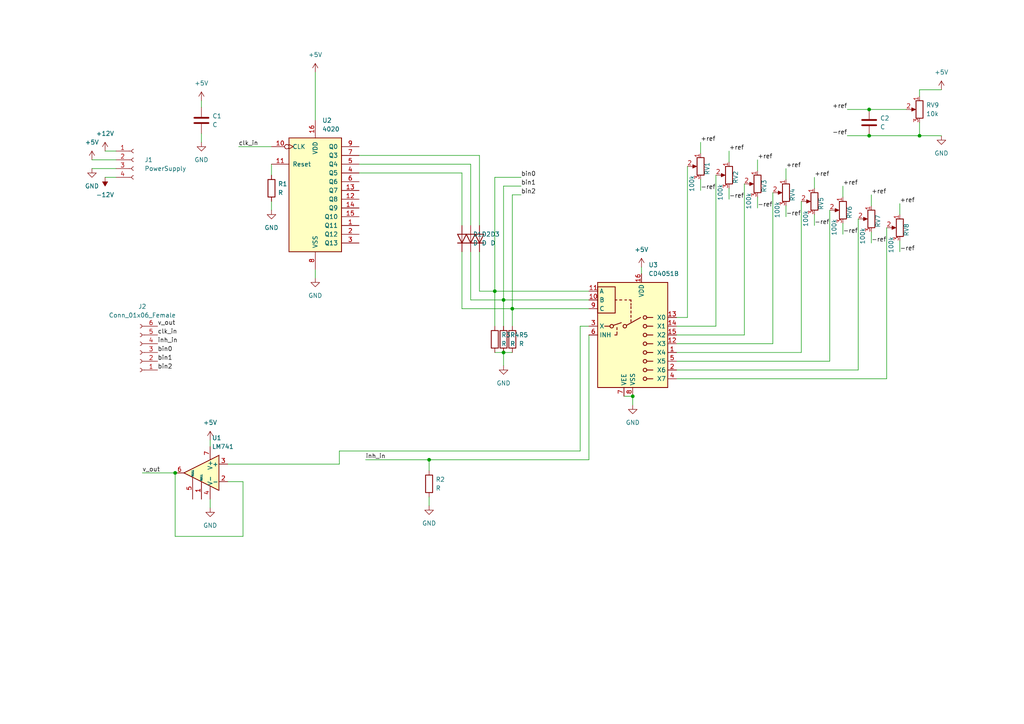
<source format=kicad_sch>
(kicad_sch (version 20211123) (generator eeschema)

  (uuid 49cf4c55-5301-402b-807b-80a9b45bd677)

  (paper "A4")

  (lib_symbols
    (symbol "4xxx:4020" (pin_names (offset 1.016)) (in_bom yes) (on_board yes)
      (property "Reference" "U" (id 0) (at -7.62 16.51 0)
        (effects (font (size 1.27 1.27)))
      )
      (property "Value" "4020" (id 1) (at -7.62 -19.05 0)
        (effects (font (size 1.27 1.27)))
      )
      (property "Footprint" "" (id 2) (at 0 0 0)
        (effects (font (size 1.27 1.27)) hide)
      )
      (property "Datasheet" "http://www.intersil.com/content/dam/Intersil/documents/cd40/cd4020bms-24bms-40bms.pdf" (id 3) (at 0 0 0)
        (effects (font (size 1.27 1.27)) hide)
      )
      (property "ki_locked" "" (id 4) (at 0 0 0)
        (effects (font (size 1.27 1.27)))
      )
      (property "ki_keywords" "CMOS CNT CNT14" (id 5) (at 0 0 0)
        (effects (font (size 1.27 1.27)) hide)
      )
      (property "ki_description" "Binary counter 14 stages (asynchronous)" (id 6) (at 0 0 0)
        (effects (font (size 1.27 1.27)) hide)
      )
      (property "ki_fp_filters" "DIP?16*" (id 7) (at 0 0 0)
        (effects (font (size 1.27 1.27)) hide)
      )
      (symbol "4020_1_0"
        (pin output line (at 12.7 -10.16 180) (length 5.08)
          (name "Q11" (effects (font (size 1.27 1.27))))
          (number "1" (effects (font (size 1.27 1.27))))
        )
        (pin input inverted_clock (at -12.7 12.7 0) (length 5.08)
          (name "CLK" (effects (font (size 1.27 1.27))))
          (number "10" (effects (font (size 1.27 1.27))))
        )
        (pin input line (at -12.7 7.62 0) (length 5.08)
          (name "Reset" (effects (font (size 1.27 1.27))))
          (number "11" (effects (font (size 1.27 1.27))))
        )
        (pin output line (at 12.7 -2.54 180) (length 5.08)
          (name "Q8" (effects (font (size 1.27 1.27))))
          (number "12" (effects (font (size 1.27 1.27))))
        )
        (pin output line (at 12.7 0 180) (length 5.08)
          (name "Q7" (effects (font (size 1.27 1.27))))
          (number "13" (effects (font (size 1.27 1.27))))
        )
        (pin output line (at 12.7 -5.08 180) (length 5.08)
          (name "Q9" (effects (font (size 1.27 1.27))))
          (number "14" (effects (font (size 1.27 1.27))))
        )
        (pin output line (at 12.7 -7.62 180) (length 5.08)
          (name "Q10" (effects (font (size 1.27 1.27))))
          (number "15" (effects (font (size 1.27 1.27))))
        )
        (pin power_in line (at 0 20.32 270) (length 5.08)
          (name "VDD" (effects (font (size 1.27 1.27))))
          (number "16" (effects (font (size 1.27 1.27))))
        )
        (pin output line (at 12.7 -12.7 180) (length 5.08)
          (name "Q12" (effects (font (size 1.27 1.27))))
          (number "2" (effects (font (size 1.27 1.27))))
        )
        (pin output line (at 12.7 -15.24 180) (length 5.08)
          (name "Q13" (effects (font (size 1.27 1.27))))
          (number "3" (effects (font (size 1.27 1.27))))
        )
        (pin output line (at 12.7 5.08 180) (length 5.08)
          (name "Q5" (effects (font (size 1.27 1.27))))
          (number "4" (effects (font (size 1.27 1.27))))
        )
        (pin output line (at 12.7 7.62 180) (length 5.08)
          (name "Q4" (effects (font (size 1.27 1.27))))
          (number "5" (effects (font (size 1.27 1.27))))
        )
        (pin output line (at 12.7 2.54 180) (length 5.08)
          (name "Q6" (effects (font (size 1.27 1.27))))
          (number "6" (effects (font (size 1.27 1.27))))
        )
        (pin output line (at 12.7 10.16 180) (length 5.08)
          (name "Q3" (effects (font (size 1.27 1.27))))
          (number "7" (effects (font (size 1.27 1.27))))
        )
        (pin power_in line (at 0 -22.86 90) (length 5.08)
          (name "VSS" (effects (font (size 1.27 1.27))))
          (number "8" (effects (font (size 1.27 1.27))))
        )
        (pin output line (at 12.7 12.7 180) (length 5.08)
          (name "Q0" (effects (font (size 1.27 1.27))))
          (number "9" (effects (font (size 1.27 1.27))))
        )
      )
      (symbol "4020_1_1"
        (rectangle (start -7.62 15.24) (end 7.62 -17.78)
          (stroke (width 0.254) (type default) (color 0 0 0 0))
          (fill (type background))
        )
      )
    )
    (symbol "Amplifier_Operational:LM741" (pin_names (offset 0.127)) (in_bom yes) (on_board yes)
      (property "Reference" "U" (id 0) (at 0 6.35 0)
        (effects (font (size 1.27 1.27)) (justify left))
      )
      (property "Value" "LM741" (id 1) (at 0 3.81 0)
        (effects (font (size 1.27 1.27)) (justify left))
      )
      (property "Footprint" "" (id 2) (at 1.27 1.27 0)
        (effects (font (size 1.27 1.27)) hide)
      )
      (property "Datasheet" "http://www.ti.com/lit/ds/symlink/lm741.pdf" (id 3) (at 3.81 3.81 0)
        (effects (font (size 1.27 1.27)) hide)
      )
      (property "ki_keywords" "single opamp" (id 4) (at 0 0 0)
        (effects (font (size 1.27 1.27)) hide)
      )
      (property "ki_description" "Operational Amplifier, DIP-8/TO-99-8" (id 5) (at 0 0 0)
        (effects (font (size 1.27 1.27)) hide)
      )
      (property "ki_fp_filters" "SOIC*3.9x4.9mm*P1.27mm* DIP*W7.62mm* TSSOP*3x3mm*P0.65mm*" (id 6) (at 0 0 0)
        (effects (font (size 1.27 1.27)) hide)
      )
      (symbol "LM741_0_1"
        (polyline
          (pts
            (xy -5.08 5.08)
            (xy 5.08 0)
            (xy -5.08 -5.08)
            (xy -5.08 5.08)
          )
          (stroke (width 0.254) (type default) (color 0 0 0 0))
          (fill (type background))
        )
      )
      (symbol "LM741_1_1"
        (pin input line (at 0 -7.62 90) (length 5.08)
          (name "NULL" (effects (font (size 0.508 0.508))))
          (number "1" (effects (font (size 1.27 1.27))))
        )
        (pin input line (at -7.62 -2.54 0) (length 2.54)
          (name "-" (effects (font (size 1.27 1.27))))
          (number "2" (effects (font (size 1.27 1.27))))
        )
        (pin input line (at -7.62 2.54 0) (length 2.54)
          (name "+" (effects (font (size 1.27 1.27))))
          (number "3" (effects (font (size 1.27 1.27))))
        )
        (pin power_in line (at -2.54 -7.62 90) (length 3.81)
          (name "V-" (effects (font (size 1.27 1.27))))
          (number "4" (effects (font (size 1.27 1.27))))
        )
        (pin input line (at 2.54 -7.62 90) (length 6.35)
          (name "NULL" (effects (font (size 0.508 0.508))))
          (number "5" (effects (font (size 1.27 1.27))))
        )
        (pin output line (at 7.62 0 180) (length 2.54)
          (name "~" (effects (font (size 1.27 1.27))))
          (number "6" (effects (font (size 1.27 1.27))))
        )
        (pin power_in line (at -2.54 7.62 270) (length 3.81)
          (name "V+" (effects (font (size 1.27 1.27))))
          (number "7" (effects (font (size 1.27 1.27))))
        )
        (pin no_connect line (at 0 2.54 270) (length 2.54) hide
          (name "NC" (effects (font (size 1.27 1.27))))
          (number "8" (effects (font (size 1.27 1.27))))
        )
      )
    )
    (symbol "Analog_Switch:CD4051B" (in_bom yes) (on_board yes)
      (property "Reference" "U" (id 0) (at -10.16 16.51 0)
        (effects (font (size 1.27 1.27)) (justify left))
      )
      (property "Value" "CD4051B" (id 1) (at 3.81 16.51 0)
        (effects (font (size 1.27 1.27)) (justify left))
      )
      (property "Footprint" "" (id 2) (at 3.81 -19.05 0)
        (effects (font (size 1.27 1.27)) (justify left) hide)
      )
      (property "Datasheet" "http://www.ti.com/lit/ds/symlink/cd4052b.pdf" (id 3) (at -0.508 2.54 0)
        (effects (font (size 1.27 1.27)) hide)
      )
      (property "ki_keywords" "analog switch selector multiplexer" (id 4) (at 0 0 0)
        (effects (font (size 1.27 1.27)) hide)
      )
      (property "ki_description" "CMOS single 8-channel analog multiplexer demultiplexer, TSSOP-16/DIP-16/SOIC-16" (id 5) (at 0 0 0)
        (effects (font (size 1.27 1.27)) hide)
      )
      (property "ki_fp_filters" "TSSOP*4.4x5mm*P0.65mm* DIP*W7.62* SOIC*3.9x9.9mm*P1.27mm* SO*5.3x10.2mm*P1.27mm*" (id 6) (at 0 0 0)
        (effects (font (size 1.27 1.27)) hide)
      )
      (symbol "CD4051B_0_1"
        (rectangle (start -10.16 6.35) (end -5.08 13.97)
          (stroke (width 0.254) (type default) (color 0 0 0 0))
          (fill (type none))
        )
        (rectangle (start -10.16 15.24) (end 10.16 -15.24)
          (stroke (width 0.254) (type default) (color 0 0 0 0))
          (fill (type background))
        )
        (circle (center -6.096 2.54) (radius 0.508)
          (stroke (width 0.254) (type default) (color 0 0 0 0))
          (fill (type none))
        )
        (circle (center -2.286 2.54) (radius 0.508)
          (stroke (width 0.254) (type default) (color 0 0 0 0))
          (fill (type none))
        )
        (polyline
          (pts
            (xy -8.128 2.54)
            (xy -6.604 2.54)
          )
          (stroke (width 0.254) (type default) (color 0 0 0 0))
          (fill (type none))
        )
        (polyline
          (pts
            (xy -5.588 2.794)
            (xy -3.302 3.556)
          )
          (stroke (width 0.254) (type default) (color 0 0 0 0))
          (fill (type none))
        )
        (polyline
          (pts
            (xy -4.572 0)
            (xy -5.207 0)
          )
          (stroke (width 0.254) (type default) (color 0 0 0 0))
          (fill (type none))
        )
        (polyline
          (pts
            (xy -4.572 0.254)
            (xy -4.572 0.889)
          )
          (stroke (width 0.254) (type default) (color 0 0 0 0))
          (fill (type none))
        )
        (polyline
          (pts
            (xy -4.572 1.524)
            (xy -4.572 2.159)
          )
          (stroke (width 0.254) (type default) (color 0 0 0 0))
          (fill (type none))
        )
        (polyline
          (pts
            (xy -4.572 10.16)
            (xy -5.08 10.16)
          )
          (stroke (width 0.254) (type default) (color 0 0 0 0))
          (fill (type none))
        )
        (polyline
          (pts
            (xy -3.81 10.16)
            (xy -3.175 10.16)
          )
          (stroke (width 0.254) (type default) (color 0 0 0 0))
          (fill (type none))
        )
        (polyline
          (pts
            (xy -1.778 2.794)
            (xy 2.286 5.08)
          )
          (stroke (width 0.254) (type default) (color 0 0 0 0))
          (fill (type none))
        )
        (polyline
          (pts
            (xy -1.778 10.16)
            (xy -2.286 10.16)
          )
          (stroke (width 0.254) (type default) (color 0 0 0 0))
          (fill (type none))
        )
        (polyline
          (pts
            (xy -0.508 3.81)
            (xy -0.508 4.445)
          )
          (stroke (width 0.254) (type default) (color 0 0 0 0))
          (fill (type none))
        )
        (polyline
          (pts
            (xy -0.508 5.08)
            (xy -0.508 5.715)
          )
          (stroke (width 0.254) (type default) (color 0 0 0 0))
          (fill (type none))
        )
        (polyline
          (pts
            (xy -0.508 6.35)
            (xy -0.508 6.985)
          )
          (stroke (width 0.254) (type default) (color 0 0 0 0))
          (fill (type none))
        )
        (polyline
          (pts
            (xy -0.508 7.62)
            (xy -0.508 8.255)
          )
          (stroke (width 0.254) (type default) (color 0 0 0 0))
          (fill (type none))
        )
        (polyline
          (pts
            (xy -0.508 8.636)
            (xy -0.508 9.144)
          )
          (stroke (width 0.254) (type default) (color 0 0 0 0))
          (fill (type none))
        )
        (polyline
          (pts
            (xy -0.508 9.652)
            (xy -0.508 10.16)
          )
          (stroke (width 0.254) (type default) (color 0 0 0 0))
          (fill (type none))
        )
        (polyline
          (pts
            (xy -0.508 10.16)
            (xy -1.016 10.16)
          )
          (stroke (width 0.254) (type default) (color 0 0 0 0))
          (fill (type none))
        )
        (polyline
          (pts
            (xy 4.064 -12.7)
            (xy 5.842 -12.7)
          )
          (stroke (width 0.254) (type default) (color 0 0 0 0))
          (fill (type none))
        )
        (polyline
          (pts
            (xy 4.064 -10.16)
            (xy 5.842 -10.16)
          )
          (stroke (width 0.254) (type default) (color 0 0 0 0))
          (fill (type none))
        )
        (polyline
          (pts
            (xy 4.064 -7.62)
            (xy 5.842 -7.62)
          )
          (stroke (width 0.254) (type default) (color 0 0 0 0))
          (fill (type none))
        )
        (polyline
          (pts
            (xy 4.064 -5.08)
            (xy 5.842 -5.08)
          )
          (stroke (width 0.254) (type default) (color 0 0 0 0))
          (fill (type none))
        )
        (polyline
          (pts
            (xy 4.064 -2.54)
            (xy 5.842 -2.54)
          )
          (stroke (width 0.254) (type default) (color 0 0 0 0))
          (fill (type none))
        )
        (polyline
          (pts
            (xy 4.064 0)
            (xy 5.842 0)
          )
          (stroke (width 0.254) (type default) (color 0 0 0 0))
          (fill (type none))
        )
        (polyline
          (pts
            (xy 4.064 2.54)
            (xy 5.842 2.54)
          )
          (stroke (width 0.254) (type default) (color 0 0 0 0))
          (fill (type none))
        )
        (polyline
          (pts
            (xy 4.064 5.08)
            (xy 5.842 5.08)
          )
          (stroke (width 0.254) (type default) (color 0 0 0 0))
          (fill (type none))
        )
        (circle (center 3.556 -12.7) (radius 0.508)
          (stroke (width 0.254) (type default) (color 0 0 0 0))
          (fill (type none))
        )
        (circle (center 3.556 -10.16) (radius 0.508)
          (stroke (width 0.254) (type default) (color 0 0 0 0))
          (fill (type none))
        )
        (circle (center 3.556 -7.62) (radius 0.508)
          (stroke (width 0.254) (type default) (color 0 0 0 0))
          (fill (type none))
        )
        (circle (center 3.556 -5.08) (radius 0.508)
          (stroke (width 0.254) (type default) (color 0 0 0 0))
          (fill (type none))
        )
        (circle (center 3.556 -2.54) (radius 0.508)
          (stroke (width 0.254) (type default) (color 0 0 0 0))
          (fill (type none))
        )
        (circle (center 3.556 0) (radius 0.508)
          (stroke (width 0.254) (type default) (color 0 0 0 0))
          (fill (type none))
        )
        (circle (center 3.556 2.54) (radius 0.508)
          (stroke (width 0.254) (type default) (color 0 0 0 0))
          (fill (type none))
        )
        (circle (center 3.556 5.08) (radius 0.508)
          (stroke (width 0.254) (type default) (color 0 0 0 0))
          (fill (type none))
        )
      )
      (symbol "CD4051B_1_1"
        (pin bidirectional line (at 12.7 -5.08 180) (length 2.54)
          (name "X4" (effects (font (size 1.27 1.27))))
          (number "1" (effects (font (size 1.27 1.27))))
        )
        (pin input line (at -12.7 10.16 0) (length 2.54)
          (name "B" (effects (font (size 1.27 1.27))))
          (number "10" (effects (font (size 1.27 1.27))))
        )
        (pin input line (at -12.7 12.7 0) (length 2.54)
          (name "A" (effects (font (size 1.27 1.27))))
          (number "11" (effects (font (size 1.27 1.27))))
        )
        (pin bidirectional line (at 12.7 -2.54 180) (length 2.54)
          (name "X3" (effects (font (size 1.27 1.27))))
          (number "12" (effects (font (size 1.27 1.27))))
        )
        (pin bidirectional line (at 12.7 5.08 180) (length 2.54)
          (name "X0" (effects (font (size 1.27 1.27))))
          (number "13" (effects (font (size 1.27 1.27))))
        )
        (pin bidirectional line (at 12.7 2.54 180) (length 2.54)
          (name "X1" (effects (font (size 1.27 1.27))))
          (number "14" (effects (font (size 1.27 1.27))))
        )
        (pin bidirectional line (at 12.7 0 180) (length 2.54)
          (name "X2" (effects (font (size 1.27 1.27))))
          (number "15" (effects (font (size 1.27 1.27))))
        )
        (pin power_in line (at 2.54 17.78 270) (length 2.54)
          (name "VDD" (effects (font (size 1.27 1.27))))
          (number "16" (effects (font (size 1.27 1.27))))
        )
        (pin bidirectional line (at 12.7 -10.16 180) (length 2.54)
          (name "X6" (effects (font (size 1.27 1.27))))
          (number "2" (effects (font (size 1.27 1.27))))
        )
        (pin bidirectional line (at -12.7 2.54 0) (length 2.54)
          (name "X" (effects (font (size 1.27 1.27))))
          (number "3" (effects (font (size 1.27 1.27))))
        )
        (pin bidirectional line (at 12.7 -12.7 180) (length 2.54)
          (name "X7" (effects (font (size 1.27 1.27))))
          (number "4" (effects (font (size 1.27 1.27))))
        )
        (pin bidirectional line (at 12.7 -7.62 180) (length 2.54)
          (name "X5" (effects (font (size 1.27 1.27))))
          (number "5" (effects (font (size 1.27 1.27))))
        )
        (pin input line (at -12.7 0 0) (length 2.54)
          (name "INH" (effects (font (size 1.27 1.27))))
          (number "6" (effects (font (size 1.27 1.27))))
        )
        (pin power_in line (at -2.54 -17.78 90) (length 2.54)
          (name "VEE" (effects (font (size 1.27 1.27))))
          (number "7" (effects (font (size 1.27 1.27))))
        )
        (pin power_in line (at 0 -17.78 90) (length 2.54)
          (name "VSS" (effects (font (size 1.27 1.27))))
          (number "8" (effects (font (size 1.27 1.27))))
        )
        (pin input line (at -12.7 7.62 0) (length 2.54)
          (name "C" (effects (font (size 1.27 1.27))))
          (number "9" (effects (font (size 1.27 1.27))))
        )
      )
    )
    (symbol "Connector:Conn_01x04_Female" (pin_names (offset 1.016) hide) (in_bom yes) (on_board yes)
      (property "Reference" "J" (id 0) (at 0 5.08 0)
        (effects (font (size 1.27 1.27)))
      )
      (property "Value" "Conn_01x04_Female" (id 1) (at 0 -7.62 0)
        (effects (font (size 1.27 1.27)))
      )
      (property "Footprint" "" (id 2) (at 0 0 0)
        (effects (font (size 1.27 1.27)) hide)
      )
      (property "Datasheet" "~" (id 3) (at 0 0 0)
        (effects (font (size 1.27 1.27)) hide)
      )
      (property "ki_keywords" "connector" (id 4) (at 0 0 0)
        (effects (font (size 1.27 1.27)) hide)
      )
      (property "ki_description" "Generic connector, single row, 01x04, script generated (kicad-library-utils/schlib/autogen/connector/)" (id 5) (at 0 0 0)
        (effects (font (size 1.27 1.27)) hide)
      )
      (property "ki_fp_filters" "Connector*:*_1x??_*" (id 6) (at 0 0 0)
        (effects (font (size 1.27 1.27)) hide)
      )
      (symbol "Conn_01x04_Female_1_1"
        (arc (start 0 -4.572) (mid -0.508 -5.08) (end 0 -5.588)
          (stroke (width 0.1524) (type default) (color 0 0 0 0))
          (fill (type none))
        )
        (arc (start 0 -2.032) (mid -0.508 -2.54) (end 0 -3.048)
          (stroke (width 0.1524) (type default) (color 0 0 0 0))
          (fill (type none))
        )
        (polyline
          (pts
            (xy -1.27 -5.08)
            (xy -0.508 -5.08)
          )
          (stroke (width 0.1524) (type default) (color 0 0 0 0))
          (fill (type none))
        )
        (polyline
          (pts
            (xy -1.27 -2.54)
            (xy -0.508 -2.54)
          )
          (stroke (width 0.1524) (type default) (color 0 0 0 0))
          (fill (type none))
        )
        (polyline
          (pts
            (xy -1.27 0)
            (xy -0.508 0)
          )
          (stroke (width 0.1524) (type default) (color 0 0 0 0))
          (fill (type none))
        )
        (polyline
          (pts
            (xy -1.27 2.54)
            (xy -0.508 2.54)
          )
          (stroke (width 0.1524) (type default) (color 0 0 0 0))
          (fill (type none))
        )
        (arc (start 0 0.508) (mid -0.508 0) (end 0 -0.508)
          (stroke (width 0.1524) (type default) (color 0 0 0 0))
          (fill (type none))
        )
        (arc (start 0 3.048) (mid -0.508 2.54) (end 0 2.032)
          (stroke (width 0.1524) (type default) (color 0 0 0 0))
          (fill (type none))
        )
        (pin passive line (at -5.08 2.54 0) (length 3.81)
          (name "Pin_1" (effects (font (size 1.27 1.27))))
          (number "1" (effects (font (size 1.27 1.27))))
        )
        (pin passive line (at -5.08 0 0) (length 3.81)
          (name "Pin_2" (effects (font (size 1.27 1.27))))
          (number "2" (effects (font (size 1.27 1.27))))
        )
        (pin passive line (at -5.08 -2.54 0) (length 3.81)
          (name "Pin_3" (effects (font (size 1.27 1.27))))
          (number "3" (effects (font (size 1.27 1.27))))
        )
        (pin passive line (at -5.08 -5.08 0) (length 3.81)
          (name "Pin_4" (effects (font (size 1.27 1.27))))
          (number "4" (effects (font (size 1.27 1.27))))
        )
      )
    )
    (symbol "Connector:Conn_01x06_Female" (pin_names (offset 1.016) hide) (in_bom yes) (on_board yes)
      (property "Reference" "J" (id 0) (at 0 7.62 0)
        (effects (font (size 1.27 1.27)))
      )
      (property "Value" "Conn_01x06_Female" (id 1) (at 0 -10.16 0)
        (effects (font (size 1.27 1.27)))
      )
      (property "Footprint" "" (id 2) (at 0 0 0)
        (effects (font (size 1.27 1.27)) hide)
      )
      (property "Datasheet" "~" (id 3) (at 0 0 0)
        (effects (font (size 1.27 1.27)) hide)
      )
      (property "ki_keywords" "connector" (id 4) (at 0 0 0)
        (effects (font (size 1.27 1.27)) hide)
      )
      (property "ki_description" "Generic connector, single row, 01x06, script generated (kicad-library-utils/schlib/autogen/connector/)" (id 5) (at 0 0 0)
        (effects (font (size 1.27 1.27)) hide)
      )
      (property "ki_fp_filters" "Connector*:*_1x??_*" (id 6) (at 0 0 0)
        (effects (font (size 1.27 1.27)) hide)
      )
      (symbol "Conn_01x06_Female_1_1"
        (arc (start 0 -7.112) (mid -0.508 -7.62) (end 0 -8.128)
          (stroke (width 0.1524) (type default) (color 0 0 0 0))
          (fill (type none))
        )
        (arc (start 0 -4.572) (mid -0.508 -5.08) (end 0 -5.588)
          (stroke (width 0.1524) (type default) (color 0 0 0 0))
          (fill (type none))
        )
        (arc (start 0 -2.032) (mid -0.508 -2.54) (end 0 -3.048)
          (stroke (width 0.1524) (type default) (color 0 0 0 0))
          (fill (type none))
        )
        (polyline
          (pts
            (xy -1.27 -7.62)
            (xy -0.508 -7.62)
          )
          (stroke (width 0.1524) (type default) (color 0 0 0 0))
          (fill (type none))
        )
        (polyline
          (pts
            (xy -1.27 -5.08)
            (xy -0.508 -5.08)
          )
          (stroke (width 0.1524) (type default) (color 0 0 0 0))
          (fill (type none))
        )
        (polyline
          (pts
            (xy -1.27 -2.54)
            (xy -0.508 -2.54)
          )
          (stroke (width 0.1524) (type default) (color 0 0 0 0))
          (fill (type none))
        )
        (polyline
          (pts
            (xy -1.27 0)
            (xy -0.508 0)
          )
          (stroke (width 0.1524) (type default) (color 0 0 0 0))
          (fill (type none))
        )
        (polyline
          (pts
            (xy -1.27 2.54)
            (xy -0.508 2.54)
          )
          (stroke (width 0.1524) (type default) (color 0 0 0 0))
          (fill (type none))
        )
        (polyline
          (pts
            (xy -1.27 5.08)
            (xy -0.508 5.08)
          )
          (stroke (width 0.1524) (type default) (color 0 0 0 0))
          (fill (type none))
        )
        (arc (start 0 0.508) (mid -0.508 0) (end 0 -0.508)
          (stroke (width 0.1524) (type default) (color 0 0 0 0))
          (fill (type none))
        )
        (arc (start 0 3.048) (mid -0.508 2.54) (end 0 2.032)
          (stroke (width 0.1524) (type default) (color 0 0 0 0))
          (fill (type none))
        )
        (arc (start 0 5.588) (mid -0.508 5.08) (end 0 4.572)
          (stroke (width 0.1524) (type default) (color 0 0 0 0))
          (fill (type none))
        )
        (pin passive line (at -5.08 5.08 0) (length 3.81)
          (name "Pin_1" (effects (font (size 1.27 1.27))))
          (number "1" (effects (font (size 1.27 1.27))))
        )
        (pin passive line (at -5.08 2.54 0) (length 3.81)
          (name "Pin_2" (effects (font (size 1.27 1.27))))
          (number "2" (effects (font (size 1.27 1.27))))
        )
        (pin passive line (at -5.08 0 0) (length 3.81)
          (name "Pin_3" (effects (font (size 1.27 1.27))))
          (number "3" (effects (font (size 1.27 1.27))))
        )
        (pin passive line (at -5.08 -2.54 0) (length 3.81)
          (name "Pin_4" (effects (font (size 1.27 1.27))))
          (number "4" (effects (font (size 1.27 1.27))))
        )
        (pin passive line (at -5.08 -5.08 0) (length 3.81)
          (name "Pin_5" (effects (font (size 1.27 1.27))))
          (number "5" (effects (font (size 1.27 1.27))))
        )
        (pin passive line (at -5.08 -7.62 0) (length 3.81)
          (name "Pin_6" (effects (font (size 1.27 1.27))))
          (number "6" (effects (font (size 1.27 1.27))))
        )
      )
    )
    (symbol "Device:C" (pin_numbers hide) (pin_names (offset 0.254)) (in_bom yes) (on_board yes)
      (property "Reference" "C" (id 0) (at 0.635 2.54 0)
        (effects (font (size 1.27 1.27)) (justify left))
      )
      (property "Value" "C" (id 1) (at 0.635 -2.54 0)
        (effects (font (size 1.27 1.27)) (justify left))
      )
      (property "Footprint" "" (id 2) (at 0.9652 -3.81 0)
        (effects (font (size 1.27 1.27)) hide)
      )
      (property "Datasheet" "~" (id 3) (at 0 0 0)
        (effects (font (size 1.27 1.27)) hide)
      )
      (property "ki_keywords" "cap capacitor" (id 4) (at 0 0 0)
        (effects (font (size 1.27 1.27)) hide)
      )
      (property "ki_description" "Unpolarized capacitor" (id 5) (at 0 0 0)
        (effects (font (size 1.27 1.27)) hide)
      )
      (property "ki_fp_filters" "C_*" (id 6) (at 0 0 0)
        (effects (font (size 1.27 1.27)) hide)
      )
      (symbol "C_0_1"
        (polyline
          (pts
            (xy -2.032 -0.762)
            (xy 2.032 -0.762)
          )
          (stroke (width 0.508) (type default) (color 0 0 0 0))
          (fill (type none))
        )
        (polyline
          (pts
            (xy -2.032 0.762)
            (xy 2.032 0.762)
          )
          (stroke (width 0.508) (type default) (color 0 0 0 0))
          (fill (type none))
        )
      )
      (symbol "C_1_1"
        (pin passive line (at 0 3.81 270) (length 2.794)
          (name "~" (effects (font (size 1.27 1.27))))
          (number "1" (effects (font (size 1.27 1.27))))
        )
        (pin passive line (at 0 -3.81 90) (length 2.794)
          (name "~" (effects (font (size 1.27 1.27))))
          (number "2" (effects (font (size 1.27 1.27))))
        )
      )
    )
    (symbol "Device:D" (pin_numbers hide) (pin_names (offset 1.016) hide) (in_bom yes) (on_board yes)
      (property "Reference" "D" (id 0) (at 0 2.54 0)
        (effects (font (size 1.27 1.27)))
      )
      (property "Value" "D" (id 1) (at 0 -2.54 0)
        (effects (font (size 1.27 1.27)))
      )
      (property "Footprint" "" (id 2) (at 0 0 0)
        (effects (font (size 1.27 1.27)) hide)
      )
      (property "Datasheet" "~" (id 3) (at 0 0 0)
        (effects (font (size 1.27 1.27)) hide)
      )
      (property "ki_keywords" "diode" (id 4) (at 0 0 0)
        (effects (font (size 1.27 1.27)) hide)
      )
      (property "ki_description" "Diode" (id 5) (at 0 0 0)
        (effects (font (size 1.27 1.27)) hide)
      )
      (property "ki_fp_filters" "TO-???* *_Diode_* *SingleDiode* D_*" (id 6) (at 0 0 0)
        (effects (font (size 1.27 1.27)) hide)
      )
      (symbol "D_0_1"
        (polyline
          (pts
            (xy -1.27 1.27)
            (xy -1.27 -1.27)
          )
          (stroke (width 0.254) (type default) (color 0 0 0 0))
          (fill (type none))
        )
        (polyline
          (pts
            (xy 1.27 0)
            (xy -1.27 0)
          )
          (stroke (width 0) (type default) (color 0 0 0 0))
          (fill (type none))
        )
        (polyline
          (pts
            (xy 1.27 1.27)
            (xy 1.27 -1.27)
            (xy -1.27 0)
            (xy 1.27 1.27)
          )
          (stroke (width 0.254) (type default) (color 0 0 0 0))
          (fill (type none))
        )
      )
      (symbol "D_1_1"
        (pin passive line (at -3.81 0 0) (length 2.54)
          (name "K" (effects (font (size 1.27 1.27))))
          (number "1" (effects (font (size 1.27 1.27))))
        )
        (pin passive line (at 3.81 0 180) (length 2.54)
          (name "A" (effects (font (size 1.27 1.27))))
          (number "2" (effects (font (size 1.27 1.27))))
        )
      )
    )
    (symbol "Device:R" (pin_numbers hide) (pin_names (offset 0)) (in_bom yes) (on_board yes)
      (property "Reference" "R" (id 0) (at 2.032 0 90)
        (effects (font (size 1.27 1.27)))
      )
      (property "Value" "R" (id 1) (at 0 0 90)
        (effects (font (size 1.27 1.27)))
      )
      (property "Footprint" "" (id 2) (at -1.778 0 90)
        (effects (font (size 1.27 1.27)) hide)
      )
      (property "Datasheet" "~" (id 3) (at 0 0 0)
        (effects (font (size 1.27 1.27)) hide)
      )
      (property "ki_keywords" "R res resistor" (id 4) (at 0 0 0)
        (effects (font (size 1.27 1.27)) hide)
      )
      (property "ki_description" "Resistor" (id 5) (at 0 0 0)
        (effects (font (size 1.27 1.27)) hide)
      )
      (property "ki_fp_filters" "R_*" (id 6) (at 0 0 0)
        (effects (font (size 1.27 1.27)) hide)
      )
      (symbol "R_0_1"
        (rectangle (start -1.016 -2.54) (end 1.016 2.54)
          (stroke (width 0.254) (type default) (color 0 0 0 0))
          (fill (type none))
        )
      )
      (symbol "R_1_1"
        (pin passive line (at 0 3.81 270) (length 1.27)
          (name "~" (effects (font (size 1.27 1.27))))
          (number "1" (effects (font (size 1.27 1.27))))
        )
        (pin passive line (at 0 -3.81 90) (length 1.27)
          (name "~" (effects (font (size 1.27 1.27))))
          (number "2" (effects (font (size 1.27 1.27))))
        )
      )
    )
    (symbol "Device:R_Potentiometer" (pin_names (offset 1.016) hide) (in_bom yes) (on_board yes)
      (property "Reference" "RV" (id 0) (at -4.445 0 90)
        (effects (font (size 1.27 1.27)))
      )
      (property "Value" "R_Potentiometer" (id 1) (at -2.54 0 90)
        (effects (font (size 1.27 1.27)))
      )
      (property "Footprint" "" (id 2) (at 0 0 0)
        (effects (font (size 1.27 1.27)) hide)
      )
      (property "Datasheet" "~" (id 3) (at 0 0 0)
        (effects (font (size 1.27 1.27)) hide)
      )
      (property "ki_keywords" "resistor variable" (id 4) (at 0 0 0)
        (effects (font (size 1.27 1.27)) hide)
      )
      (property "ki_description" "Potentiometer" (id 5) (at 0 0 0)
        (effects (font (size 1.27 1.27)) hide)
      )
      (property "ki_fp_filters" "Potentiometer*" (id 6) (at 0 0 0)
        (effects (font (size 1.27 1.27)) hide)
      )
      (symbol "R_Potentiometer_0_1"
        (polyline
          (pts
            (xy 2.54 0)
            (xy 1.524 0)
          )
          (stroke (width 0) (type default) (color 0 0 0 0))
          (fill (type none))
        )
        (polyline
          (pts
            (xy 1.143 0)
            (xy 2.286 0.508)
            (xy 2.286 -0.508)
            (xy 1.143 0)
          )
          (stroke (width 0) (type default) (color 0 0 0 0))
          (fill (type outline))
        )
        (rectangle (start 1.016 2.54) (end -1.016 -2.54)
          (stroke (width 0.254) (type default) (color 0 0 0 0))
          (fill (type none))
        )
      )
      (symbol "R_Potentiometer_1_1"
        (pin passive line (at 0 3.81 270) (length 1.27)
          (name "1" (effects (font (size 1.27 1.27))))
          (number "1" (effects (font (size 1.27 1.27))))
        )
        (pin passive line (at 3.81 0 180) (length 1.27)
          (name "2" (effects (font (size 1.27 1.27))))
          (number "2" (effects (font (size 1.27 1.27))))
        )
        (pin passive line (at 0 -3.81 90) (length 1.27)
          (name "3" (effects (font (size 1.27 1.27))))
          (number "3" (effects (font (size 1.27 1.27))))
        )
      )
    )
    (symbol "power:+12V" (power) (pin_names (offset 0)) (in_bom yes) (on_board yes)
      (property "Reference" "#PWR" (id 0) (at 0 -3.81 0)
        (effects (font (size 1.27 1.27)) hide)
      )
      (property "Value" "+12V" (id 1) (at 0 3.556 0)
        (effects (font (size 1.27 1.27)))
      )
      (property "Footprint" "" (id 2) (at 0 0 0)
        (effects (font (size 1.27 1.27)) hide)
      )
      (property "Datasheet" "" (id 3) (at 0 0 0)
        (effects (font (size 1.27 1.27)) hide)
      )
      (property "ki_keywords" "power-flag" (id 4) (at 0 0 0)
        (effects (font (size 1.27 1.27)) hide)
      )
      (property "ki_description" "Power symbol creates a global label with name \"+12V\"" (id 5) (at 0 0 0)
        (effects (font (size 1.27 1.27)) hide)
      )
      (symbol "+12V_0_1"
        (polyline
          (pts
            (xy -0.762 1.27)
            (xy 0 2.54)
          )
          (stroke (width 0) (type default) (color 0 0 0 0))
          (fill (type none))
        )
        (polyline
          (pts
            (xy 0 0)
            (xy 0 2.54)
          )
          (stroke (width 0) (type default) (color 0 0 0 0))
          (fill (type none))
        )
        (polyline
          (pts
            (xy 0 2.54)
            (xy 0.762 1.27)
          )
          (stroke (width 0) (type default) (color 0 0 0 0))
          (fill (type none))
        )
      )
      (symbol "+12V_1_1"
        (pin power_in line (at 0 0 90) (length 0) hide
          (name "+12V" (effects (font (size 1.27 1.27))))
          (number "1" (effects (font (size 1.27 1.27))))
        )
      )
    )
    (symbol "power:+5V" (power) (pin_names (offset 0)) (in_bom yes) (on_board yes)
      (property "Reference" "#PWR" (id 0) (at 0 -3.81 0)
        (effects (font (size 1.27 1.27)) hide)
      )
      (property "Value" "+5V" (id 1) (at 0 3.556 0)
        (effects (font (size 1.27 1.27)))
      )
      (property "Footprint" "" (id 2) (at 0 0 0)
        (effects (font (size 1.27 1.27)) hide)
      )
      (property "Datasheet" "" (id 3) (at 0 0 0)
        (effects (font (size 1.27 1.27)) hide)
      )
      (property "ki_keywords" "power-flag" (id 4) (at 0 0 0)
        (effects (font (size 1.27 1.27)) hide)
      )
      (property "ki_description" "Power symbol creates a global label with name \"+5V\"" (id 5) (at 0 0 0)
        (effects (font (size 1.27 1.27)) hide)
      )
      (symbol "+5V_0_1"
        (polyline
          (pts
            (xy -0.762 1.27)
            (xy 0 2.54)
          )
          (stroke (width 0) (type default) (color 0 0 0 0))
          (fill (type none))
        )
        (polyline
          (pts
            (xy 0 0)
            (xy 0 2.54)
          )
          (stroke (width 0) (type default) (color 0 0 0 0))
          (fill (type none))
        )
        (polyline
          (pts
            (xy 0 2.54)
            (xy 0.762 1.27)
          )
          (stroke (width 0) (type default) (color 0 0 0 0))
          (fill (type none))
        )
      )
      (symbol "+5V_1_1"
        (pin power_in line (at 0 0 90) (length 0) hide
          (name "+5V" (effects (font (size 1.27 1.27))))
          (number "1" (effects (font (size 1.27 1.27))))
        )
      )
    )
    (symbol "power:-12V" (power) (pin_names (offset 0)) (in_bom yes) (on_board yes)
      (property "Reference" "#PWR" (id 0) (at 0 2.54 0)
        (effects (font (size 1.27 1.27)) hide)
      )
      (property "Value" "-12V" (id 1) (at 0 3.81 0)
        (effects (font (size 1.27 1.27)))
      )
      (property "Footprint" "" (id 2) (at 0 0 0)
        (effects (font (size 1.27 1.27)) hide)
      )
      (property "Datasheet" "" (id 3) (at 0 0 0)
        (effects (font (size 1.27 1.27)) hide)
      )
      (property "ki_keywords" "power-flag" (id 4) (at 0 0 0)
        (effects (font (size 1.27 1.27)) hide)
      )
      (property "ki_description" "Power symbol creates a global label with name \"-12V\"" (id 5) (at 0 0 0)
        (effects (font (size 1.27 1.27)) hide)
      )
      (symbol "-12V_0_0"
        (pin power_in line (at 0 0 90) (length 0) hide
          (name "-12V" (effects (font (size 1.27 1.27))))
          (number "1" (effects (font (size 1.27 1.27))))
        )
      )
      (symbol "-12V_0_1"
        (polyline
          (pts
            (xy 0 0)
            (xy 0 1.27)
            (xy 0.762 1.27)
            (xy 0 2.54)
            (xy -0.762 1.27)
            (xy 0 1.27)
          )
          (stroke (width 0) (type default) (color 0 0 0 0))
          (fill (type outline))
        )
      )
    )
    (symbol "power:GND" (power) (pin_names (offset 0)) (in_bom yes) (on_board yes)
      (property "Reference" "#PWR" (id 0) (at 0 -6.35 0)
        (effects (font (size 1.27 1.27)) hide)
      )
      (property "Value" "GND" (id 1) (at 0 -3.81 0)
        (effects (font (size 1.27 1.27)))
      )
      (property "Footprint" "" (id 2) (at 0 0 0)
        (effects (font (size 1.27 1.27)) hide)
      )
      (property "Datasheet" "" (id 3) (at 0 0 0)
        (effects (font (size 1.27 1.27)) hide)
      )
      (property "ki_keywords" "power-flag" (id 4) (at 0 0 0)
        (effects (font (size 1.27 1.27)) hide)
      )
      (property "ki_description" "Power symbol creates a global label with name \"GND\" , ground" (id 5) (at 0 0 0)
        (effects (font (size 1.27 1.27)) hide)
      )
      (symbol "GND_0_1"
        (polyline
          (pts
            (xy 0 0)
            (xy 0 -1.27)
            (xy 1.27 -1.27)
            (xy 0 -2.54)
            (xy -1.27 -1.27)
            (xy 0 -1.27)
          )
          (stroke (width 0) (type default) (color 0 0 0 0))
          (fill (type none))
        )
      )
      (symbol "GND_1_1"
        (pin power_in line (at 0 0 270) (length 0) hide
          (name "GND" (effects (font (size 1.27 1.27))))
          (number "1" (effects (font (size 1.27 1.27))))
        )
      )
    )
  )

  (junction (at 252.095 39.37) (diameter 0) (color 0 0 0 0)
    (uuid 3f956892-d087-49a5-a76e-c711c9d93c90)
  )
  (junction (at 146.05 86.995) (diameter 0) (color 0 0 0 0)
    (uuid 5a1df8a3-e2dd-4f3a-9479-cc2c55fe4642)
  )
  (junction (at 50.8 137.16) (diameter 0) (color 0 0 0 0)
    (uuid 661a110f-2330-46c9-b09c-2a27cecc08c7)
  )
  (junction (at 146.05 102.235) (diameter 0) (color 0 0 0 0)
    (uuid 9297f0c4-5001-4089-be9f-41f17dc08244)
  )
  (junction (at 124.46 133.35) (diameter 0) (color 0 0 0 0)
    (uuid 9b8db99c-a2c4-4ac9-9e7b-21516266f764)
  )
  (junction (at 266.7 39.37) (diameter 0) (color 0 0 0 0)
    (uuid b7c3eb0b-3c33-463b-9d60-c991ef1832b3)
  )
  (junction (at 252.095 31.75) (diameter 0) (color 0 0 0 0)
    (uuid ba0a3286-f0f1-47f2-806b-eb35e2bcc3b9)
  )
  (junction (at 183.515 114.935) (diameter 0) (color 0 0 0 0)
    (uuid bab6834a-f5b0-499a-b4ee-7ce43e8e4f98)
  )
  (junction (at 143.51 84.455) (diameter 0) (color 0 0 0 0)
    (uuid c1cea457-0b9b-4acc-a26f-2c1d017c7709)
  )
  (junction (at 148.59 89.535) (diameter 0) (color 0 0 0 0)
    (uuid f717b10e-9e87-4474-80c4-401682d5da83)
  )

  (wire (pts (xy 60.96 127.635) (xy 60.96 129.54))
    (stroke (width 0) (type default) (color 0 0 0 0))
    (uuid 0b56419f-b588-45cd-99c9-35a2e477fe24)
  )
  (wire (pts (xy 244.475 53.975) (xy 244.475 57.15))
    (stroke (width 0) (type default) (color 0 0 0 0))
    (uuid 0e4fefa9-f211-4ce5-9d13-68d3d4646d64)
  )
  (wire (pts (xy 252.095 31.75) (xy 262.89 31.75))
    (stroke (width 0) (type default) (color 0 0 0 0))
    (uuid 1058974b-ac57-4cf3-b726-f386e54eeee4)
  )
  (wire (pts (xy 203.2 52.07) (xy 203.2 55.245))
    (stroke (width 0) (type default) (color 0 0 0 0))
    (uuid 11e5522d-1876-49de-99e4-ad743f61206e)
  )
  (wire (pts (xy 196.215 99.695) (xy 224.155 99.695))
    (stroke (width 0) (type default) (color 0 0 0 0))
    (uuid 12450e6c-1194-4566-9c8d-1c9975deffc6)
  )
  (wire (pts (xy 98.425 130.81) (xy 168.275 130.81))
    (stroke (width 0) (type default) (color 0 0 0 0))
    (uuid 1df09282-c17a-4653-a56c-e013598ddb4f)
  )
  (wire (pts (xy 146.05 102.235) (xy 146.05 106.045))
    (stroke (width 0) (type default) (color 0 0 0 0))
    (uuid 24213c39-a7a9-4628-b028-be3a6d752a09)
  )
  (wire (pts (xy 227.965 59.69) (xy 227.965 62.865))
    (stroke (width 0) (type default) (color 0 0 0 0))
    (uuid 261633c6-ea10-4ac5-8a49-dcfc938d2108)
  )
  (wire (pts (xy 196.215 92.075) (xy 199.39 92.075))
    (stroke (width 0) (type default) (color 0 0 0 0))
    (uuid 284edd86-c2b8-4f75-be44-162d5ad096e2)
  )
  (wire (pts (xy 266.7 27.94) (xy 266.7 26.035))
    (stroke (width 0) (type default) (color 0 0 0 0))
    (uuid 2a96e5d0-f52c-403d-ab24-fcdb16bba55c)
  )
  (wire (pts (xy 266.7 26.035) (xy 273.05 26.035))
    (stroke (width 0) (type default) (color 0 0 0 0))
    (uuid 2adccbbf-b7cd-4e50-afcc-99d841f2f7a8)
  )
  (wire (pts (xy 196.215 94.615) (xy 207.645 94.615))
    (stroke (width 0) (type default) (color 0 0 0 0))
    (uuid 307ec5d7-f8f8-4e60-94fa-a5cac78375ee)
  )
  (wire (pts (xy 78.74 47.625) (xy 78.74 50.8))
    (stroke (width 0) (type default) (color 0 0 0 0))
    (uuid 31498ac2-b1f6-4636-bc40-eee214c5936a)
  )
  (wire (pts (xy 260.985 69.85) (xy 260.985 73.025))
    (stroke (width 0) (type default) (color 0 0 0 0))
    (uuid 38a5f601-af50-4a90-ae65-860532f3c396)
  )
  (wire (pts (xy 133.985 50.165) (xy 133.985 65.405))
    (stroke (width 0) (type default) (color 0 0 0 0))
    (uuid 3b51b37e-2114-4ed0-a02e-bab5705743dd)
  )
  (wire (pts (xy 207.645 50.8) (xy 207.645 94.615))
    (stroke (width 0) (type default) (color 0 0 0 0))
    (uuid 3d8517fa-5c9b-4e0f-8966-fabdf15741e6)
  )
  (wire (pts (xy 143.51 51.435) (xy 143.51 84.455))
    (stroke (width 0) (type default) (color 0 0 0 0))
    (uuid 3ffb3a91-061a-4923-bf3c-f78a52856df4)
  )
  (wire (pts (xy 91.44 78.105) (xy 91.44 80.645))
    (stroke (width 0) (type default) (color 0 0 0 0))
    (uuid 41272371-ae9b-42d4-a5e2-637ccce468a5)
  )
  (wire (pts (xy 136.525 65.405) (xy 136.525 47.625))
    (stroke (width 0) (type default) (color 0 0 0 0))
    (uuid 42daa104-0f87-4a90-a671-e69c5cc10471)
  )
  (wire (pts (xy 30.48 51.435) (xy 33.655 51.435))
    (stroke (width 0) (type default) (color 0 0 0 0))
    (uuid 434c5564-e966-4509-aaaa-847fcab9c7b5)
  )
  (wire (pts (xy 148.59 89.535) (xy 170.815 89.535))
    (stroke (width 0) (type default) (color 0 0 0 0))
    (uuid 4477d10c-b177-44a4-a0e9-90e53cc20b67)
  )
  (wire (pts (xy 91.44 20.955) (xy 91.44 34.925))
    (stroke (width 0) (type default) (color 0 0 0 0))
    (uuid 497b5abd-8a3b-4347-b10a-6367ea5190ae)
  )
  (wire (pts (xy 66.04 134.62) (xy 98.425 134.62))
    (stroke (width 0) (type default) (color 0 0 0 0))
    (uuid 4d5e677c-4638-48fa-b108-41621fac2a20)
  )
  (wire (pts (xy 257.175 66.04) (xy 257.175 109.855))
    (stroke (width 0) (type default) (color 0 0 0 0))
    (uuid 4ea18688-a648-4691-9370-a84bab831f05)
  )
  (wire (pts (xy 58.42 29.21) (xy 58.42 31.115))
    (stroke (width 0) (type default) (color 0 0 0 0))
    (uuid 4f2429aa-8059-4db5-a9b3-c765deddda50)
  )
  (wire (pts (xy 186.055 77.47) (xy 186.055 79.375))
    (stroke (width 0) (type default) (color 0 0 0 0))
    (uuid 51b4fb85-a629-4106-81c3-1eb0890de447)
  )
  (wire (pts (xy 196.215 109.855) (xy 257.175 109.855))
    (stroke (width 0) (type default) (color 0 0 0 0))
    (uuid 54a13836-2c28-4a10-bbd9-9992c14396c7)
  )
  (wire (pts (xy 196.215 97.155) (xy 215.9 97.155))
    (stroke (width 0) (type default) (color 0 0 0 0))
    (uuid 58327976-c86c-4a3a-9779-7357c4e7091a)
  )
  (wire (pts (xy 148.59 56.515) (xy 148.59 89.535))
    (stroke (width 0) (type default) (color 0 0 0 0))
    (uuid 5875904b-0fbb-4a9a-b0b7-544d6b9ed836)
  )
  (wire (pts (xy 232.41 58.42) (xy 232.41 102.235))
    (stroke (width 0) (type default) (color 0 0 0 0))
    (uuid 5c90323d-31a9-4c0e-aed2-9fbad06c7109)
  )
  (wire (pts (xy 146.05 102.235) (xy 148.59 102.235))
    (stroke (width 0) (type default) (color 0 0 0 0))
    (uuid 5cbd7d19-a05e-4636-b94b-3ad2acd759c3)
  )
  (wire (pts (xy 260.985 59.055) (xy 260.985 62.23))
    (stroke (width 0) (type default) (color 0 0 0 0))
    (uuid 5cc560e0-12ae-4176-8366-5f17610bb330)
  )
  (wire (pts (xy 104.14 50.165) (xy 133.985 50.165))
    (stroke (width 0) (type default) (color 0 0 0 0))
    (uuid 5d871071-d6e3-44e3-b534-2291503d5ed1)
  )
  (wire (pts (xy 30.48 43.815) (xy 33.655 43.815))
    (stroke (width 0) (type default) (color 0 0 0 0))
    (uuid 62e0abb8-6cb2-4b15-9e31-533f1adf79b1)
  )
  (wire (pts (xy 180.975 114.935) (xy 183.515 114.935))
    (stroke (width 0) (type default) (color 0 0 0 0))
    (uuid 6322e054-f2e2-4615-8c44-48509636e980)
  )
  (wire (pts (xy 196.215 107.315) (xy 248.92 107.315))
    (stroke (width 0) (type default) (color 0 0 0 0))
    (uuid 63f19b0f-ed75-46f6-b700-9f8219e59bfc)
  )
  (wire (pts (xy 219.71 46.355) (xy 219.71 49.53))
    (stroke (width 0) (type default) (color 0 0 0 0))
    (uuid 66ae6945-583d-43e5-b447-b4588d2e6aab)
  )
  (wire (pts (xy 58.42 38.735) (xy 58.42 41.275))
    (stroke (width 0) (type default) (color 0 0 0 0))
    (uuid 694b7682-3e34-4065-88c8-a06e922ab69f)
  )
  (wire (pts (xy 266.7 35.56) (xy 266.7 39.37))
    (stroke (width 0) (type default) (color 0 0 0 0))
    (uuid 6d6eb553-f986-4a83-bd95-eee7e191d05f)
  )
  (wire (pts (xy 139.065 45.085) (xy 139.065 65.405))
    (stroke (width 0) (type default) (color 0 0 0 0))
    (uuid 706c2e13-78d5-407a-96da-939893f45162)
  )
  (wire (pts (xy 215.9 53.34) (xy 215.9 97.155))
    (stroke (width 0) (type default) (color 0 0 0 0))
    (uuid 74d3c845-9836-44af-a0af-942e43d3dc90)
  )
  (wire (pts (xy 70.485 155.575) (xy 50.8 155.575))
    (stroke (width 0) (type default) (color 0 0 0 0))
    (uuid 74d70ad2-dcf5-4e69-9b0e-cfc9bea5aed4)
  )
  (wire (pts (xy 143.51 84.455) (xy 143.51 94.615))
    (stroke (width 0) (type default) (color 0 0 0 0))
    (uuid 79e2d343-faec-4e7f-bffe-ed80921d1201)
  )
  (wire (pts (xy 41.275 137.16) (xy 50.8 137.16))
    (stroke (width 0) (type default) (color 0 0 0 0))
    (uuid 7a227636-7fcb-4863-9bc0-dddf1920afe2)
  )
  (wire (pts (xy 78.74 58.42) (xy 78.74 60.96))
    (stroke (width 0) (type default) (color 0 0 0 0))
    (uuid 7b906d6f-81e6-4380-96eb-1ff047b9382f)
  )
  (wire (pts (xy 211.455 54.61) (xy 211.455 57.785))
    (stroke (width 0) (type default) (color 0 0 0 0))
    (uuid 7b9635bd-3a9a-42be-a25d-17614ea0998f)
  )
  (wire (pts (xy 199.39 48.26) (xy 199.39 92.075))
    (stroke (width 0) (type default) (color 0 0 0 0))
    (uuid 7e0696b9-beb6-4d44-9f30-f53725894f20)
  )
  (wire (pts (xy 196.215 104.775) (xy 240.665 104.775))
    (stroke (width 0) (type default) (color 0 0 0 0))
    (uuid 7e9bd8c8-a192-4b62-8e4b-5ef3932437bf)
  )
  (wire (pts (xy 151.13 51.435) (xy 143.51 51.435))
    (stroke (width 0) (type default) (color 0 0 0 0))
    (uuid 821b900c-d706-4abb-978e-16433d077f92)
  )
  (wire (pts (xy 104.14 45.085) (xy 139.065 45.085))
    (stroke (width 0) (type default) (color 0 0 0 0))
    (uuid 83c76315-01d7-49f3-bac3-3d9ea5512d0f)
  )
  (wire (pts (xy 196.215 102.235) (xy 232.41 102.235))
    (stroke (width 0) (type default) (color 0 0 0 0))
    (uuid 84f6839d-63df-430b-9733-fd4652a214e0)
  )
  (wire (pts (xy 124.46 133.35) (xy 170.815 133.35))
    (stroke (width 0) (type default) (color 0 0 0 0))
    (uuid 885f27c8-eebd-4512-848e-7ee8f8566c41)
  )
  (wire (pts (xy 60.96 144.78) (xy 60.96 147.32))
    (stroke (width 0) (type default) (color 0 0 0 0))
    (uuid 8b37ac7e-0816-4f83-a21c-29be4ee5dd86)
  )
  (wire (pts (xy 124.46 133.35) (xy 106.045 133.35))
    (stroke (width 0) (type default) (color 0 0 0 0))
    (uuid 8c815d32-a8a6-471f-98ee-7e93a014dcb2)
  )
  (wire (pts (xy 70.485 139.7) (xy 70.485 155.575))
    (stroke (width 0) (type default) (color 0 0 0 0))
    (uuid 8f4ee88c-240d-440e-b58b-6b2b659b2570)
  )
  (wire (pts (xy 168.275 130.81) (xy 168.275 94.615))
    (stroke (width 0) (type default) (color 0 0 0 0))
    (uuid 9257d373-fb25-4397-b221-0b10245c5936)
  )
  (wire (pts (xy 136.525 86.995) (xy 136.525 73.025))
    (stroke (width 0) (type default) (color 0 0 0 0))
    (uuid 927d549e-9541-40c6-9cd3-0a98dc95834a)
  )
  (wire (pts (xy 236.22 51.435) (xy 236.22 54.61))
    (stroke (width 0) (type default) (color 0 0 0 0))
    (uuid 96394ac2-959a-4b78-827a-0f9d9cefe504)
  )
  (wire (pts (xy 252.73 56.515) (xy 252.73 59.69))
    (stroke (width 0) (type default) (color 0 0 0 0))
    (uuid 982a085c-5a7e-4898-a4a8-f4d710f4abcc)
  )
  (wire (pts (xy 26.67 46.355) (xy 33.655 46.355))
    (stroke (width 0) (type default) (color 0 0 0 0))
    (uuid 985f4587-4e37-45a8-a9bc-3f4ca9d91b3f)
  )
  (wire (pts (xy 146.05 86.995) (xy 146.05 94.615))
    (stroke (width 0) (type default) (color 0 0 0 0))
    (uuid 9a30cef8-830e-4b03-b6de-7b6ed418bbb3)
  )
  (wire (pts (xy 224.155 55.88) (xy 224.155 99.695))
    (stroke (width 0) (type default) (color 0 0 0 0))
    (uuid 9a40d9ac-d154-41a6-a63b-87b198187539)
  )
  (wire (pts (xy 236.22 62.23) (xy 236.22 65.405))
    (stroke (width 0) (type default) (color 0 0 0 0))
    (uuid 9cfe5f4b-aa66-4a68-89b8-4d131275da55)
  )
  (wire (pts (xy 244.475 64.77) (xy 244.475 67.945))
    (stroke (width 0) (type default) (color 0 0 0 0))
    (uuid 9e921c15-c99b-4102-b85e-a396853b6033)
  )
  (wire (pts (xy 26.67 48.895) (xy 33.655 48.895))
    (stroke (width 0) (type default) (color 0 0 0 0))
    (uuid 9ef9c00d-e7b1-48db-9a0c-425d6c294ad0)
  )
  (wire (pts (xy 143.51 84.455) (xy 170.815 84.455))
    (stroke (width 0) (type default) (color 0 0 0 0))
    (uuid a2885fc7-4890-45a1-a382-b1cedddeecf1)
  )
  (wire (pts (xy 139.065 84.455) (xy 143.51 84.455))
    (stroke (width 0) (type default) (color 0 0 0 0))
    (uuid b0cc92bd-088c-4a5e-9a62-88c81b30a57c)
  )
  (wire (pts (xy 146.05 53.975) (xy 146.05 86.995))
    (stroke (width 0) (type default) (color 0 0 0 0))
    (uuid b2d9c6e5-01de-412f-b71e-84b30a73cebb)
  )
  (wire (pts (xy 227.965 48.895) (xy 227.965 52.07))
    (stroke (width 0) (type default) (color 0 0 0 0))
    (uuid b696946d-57e0-4b69-b7fb-cf315d88c12f)
  )
  (wire (pts (xy 133.985 89.535) (xy 148.59 89.535))
    (stroke (width 0) (type default) (color 0 0 0 0))
    (uuid b78cf020-92e0-4957-a548-57d3ef9fcd0f)
  )
  (wire (pts (xy 69.215 42.545) (xy 78.74 42.545))
    (stroke (width 0) (type default) (color 0 0 0 0))
    (uuid bc471009-de22-4a66-95a0-43ba2608491c)
  )
  (wire (pts (xy 133.985 73.025) (xy 133.985 89.535))
    (stroke (width 0) (type default) (color 0 0 0 0))
    (uuid be837bc8-0175-4787-984e-7018bed1f2c0)
  )
  (wire (pts (xy 211.455 43.815) (xy 211.455 46.99))
    (stroke (width 0) (type default) (color 0 0 0 0))
    (uuid c243acc5-aebc-492a-a469-149f30361073)
  )
  (wire (pts (xy 203.2 41.275) (xy 203.2 44.45))
    (stroke (width 0) (type default) (color 0 0 0 0))
    (uuid c27a847e-5a1e-4021-97c5-e47a4aeb5a52)
  )
  (wire (pts (xy 143.51 102.235) (xy 146.05 102.235))
    (stroke (width 0) (type default) (color 0 0 0 0))
    (uuid ca4311d1-61fb-4725-8d26-9c8fef3a0662)
  )
  (wire (pts (xy 245.745 31.75) (xy 252.095 31.75))
    (stroke (width 0) (type default) (color 0 0 0 0))
    (uuid ccf274c6-1fc2-40ab-801f-896b532c80d4)
  )
  (wire (pts (xy 240.665 60.96) (xy 240.665 104.775))
    (stroke (width 0) (type default) (color 0 0 0 0))
    (uuid cdc78af1-a550-462c-b499-c8a695366cb5)
  )
  (wire (pts (xy 124.46 133.35) (xy 124.46 136.525))
    (stroke (width 0) (type default) (color 0 0 0 0))
    (uuid ce69a06c-a4ec-478e-90d3-3b2dbcb63c4c)
  )
  (wire (pts (xy 148.59 89.535) (xy 148.59 94.615))
    (stroke (width 0) (type default) (color 0 0 0 0))
    (uuid cf62f706-94d0-4cf2-87b3-8b4f15e2042c)
  )
  (wire (pts (xy 66.04 139.7) (xy 70.485 139.7))
    (stroke (width 0) (type default) (color 0 0 0 0))
    (uuid cfeee1ba-d896-4f0e-89ea-689cda31d458)
  )
  (wire (pts (xy 266.7 39.37) (xy 273.05 39.37))
    (stroke (width 0) (type default) (color 0 0 0 0))
    (uuid d23e5a0f-ab5d-4816-85ff-a50681a1b013)
  )
  (wire (pts (xy 139.065 73.025) (xy 139.065 84.455))
    (stroke (width 0) (type default) (color 0 0 0 0))
    (uuid d30a2f25-b780-42c5-a6c4-d2ca4e8139d4)
  )
  (wire (pts (xy 252.73 67.31) (xy 252.73 70.485))
    (stroke (width 0) (type default) (color 0 0 0 0))
    (uuid d77c4a1c-92ce-4789-a062-bf4b368d6da0)
  )
  (wire (pts (xy 98.425 134.62) (xy 98.425 130.81))
    (stroke (width 0) (type default) (color 0 0 0 0))
    (uuid d8b2003f-2924-4e9e-a1ce-ef5c44179831)
  )
  (wire (pts (xy 151.13 56.515) (xy 148.59 56.515))
    (stroke (width 0) (type default) (color 0 0 0 0))
    (uuid d8fa8bed-bdd4-486a-b60e-35611cd1d1cf)
  )
  (wire (pts (xy 146.05 86.995) (xy 170.815 86.995))
    (stroke (width 0) (type default) (color 0 0 0 0))
    (uuid e161a319-485f-4ef8-aa1e-3b3c6e084c1f)
  )
  (wire (pts (xy 151.13 53.975) (xy 146.05 53.975))
    (stroke (width 0) (type default) (color 0 0 0 0))
    (uuid e2a5a729-70fb-4a78-ae57-a6776c6a316d)
  )
  (wire (pts (xy 252.095 39.37) (xy 266.7 39.37))
    (stroke (width 0) (type default) (color 0 0 0 0))
    (uuid e66e7e35-8b88-4754-9b3c-e7d2615c8895)
  )
  (wire (pts (xy 168.275 94.615) (xy 170.815 94.615))
    (stroke (width 0) (type default) (color 0 0 0 0))
    (uuid e858bf62-615d-4f17-98cd-c306a6acafa4)
  )
  (wire (pts (xy 183.515 114.935) (xy 183.515 117.475))
    (stroke (width 0) (type default) (color 0 0 0 0))
    (uuid ee5c16f0-c83a-4f6f-ad35-229d538bd2c6)
  )
  (wire (pts (xy 136.525 47.625) (xy 104.14 47.625))
    (stroke (width 0) (type default) (color 0 0 0 0))
    (uuid f348c4e8-af7b-4896-b763-5c6a3e85be34)
  )
  (wire (pts (xy 245.745 39.37) (xy 252.095 39.37))
    (stroke (width 0) (type default) (color 0 0 0 0))
    (uuid f501de23-cefb-4896-9428-02ca8cc12d24)
  )
  (wire (pts (xy 136.525 86.995) (xy 146.05 86.995))
    (stroke (width 0) (type default) (color 0 0 0 0))
    (uuid f566bb13-fe68-4d98-9bec-bcc5361e5f91)
  )
  (wire (pts (xy 219.71 57.15) (xy 219.71 60.325))
    (stroke (width 0) (type default) (color 0 0 0 0))
    (uuid f5f24d57-6f2b-4b6e-8f81-6c47b0dd85e0)
  )
  (wire (pts (xy 124.46 144.145) (xy 124.46 146.685))
    (stroke (width 0) (type default) (color 0 0 0 0))
    (uuid fa23acc8-201f-4ef5-a990-1b862c0824c9)
  )
  (wire (pts (xy 170.815 133.35) (xy 170.815 97.155))
    (stroke (width 0) (type default) (color 0 0 0 0))
    (uuid fa5c0a25-8aea-49ba-8366-1fcf44263206)
  )
  (wire (pts (xy 248.92 63.5) (xy 248.92 107.315))
    (stroke (width 0) (type default) (color 0 0 0 0))
    (uuid fbdee681-ec7e-448d-b85e-af680b357eb9)
  )
  (wire (pts (xy 50.8 155.575) (xy 50.8 137.16))
    (stroke (width 0) (type default) (color 0 0 0 0))
    (uuid fd39846c-24d8-42f7-a518-15a23583f0e9)
  )

  (label "-ref" (at 211.455 57.785 0)
    (effects (font (size 1.27 1.27)) (justify left bottom))
    (uuid 02b4d827-2e10-4cf7-a800-2f308b92fc63)
  )
  (label "+ref" (at 203.2 41.275 0)
    (effects (font (size 1.27 1.27)) (justify left bottom))
    (uuid 038d13d0-f12f-44ab-8e1a-7edf5a301e94)
  )
  (label "v_out" (at 41.275 137.16 0)
    (effects (font (size 1.27 1.27)) (justify left bottom))
    (uuid 1309f291-4b60-4c77-99a8-38d58834e22d)
  )
  (label "-ref" (at 252.73 70.485 0)
    (effects (font (size 1.27 1.27)) (justify left bottom))
    (uuid 15bebbc1-62c9-48cf-8fc4-1e85c441f253)
  )
  (label "bin2" (at 151.13 56.515 0)
    (effects (font (size 1.27 1.27)) (justify left bottom))
    (uuid 1c238ac5-f521-4545-aaca-f6dede0ebba8)
  )
  (label "-ref" (at 227.965 62.865 0)
    (effects (font (size 1.27 1.27)) (justify left bottom))
    (uuid 22adaa4d-7eb7-4140-99f0-59c3506fa881)
  )
  (label "bin1" (at 45.72 104.775 0)
    (effects (font (size 1.27 1.27)) (justify left bottom))
    (uuid 40fde8d3-9723-444b-aae0-7b317167ba79)
  )
  (label "-ref" (at 244.475 67.945 0)
    (effects (font (size 1.27 1.27)) (justify left bottom))
    (uuid 43d2d246-e1c2-4837-80af-e1a9a02b3612)
  )
  (label "+ref" (at 260.985 59.055 0)
    (effects (font (size 1.27 1.27)) (justify left bottom))
    (uuid 46926070-2dba-416b-a926-f7eaded5ddb3)
  )
  (label "+ref" (at 236.22 51.435 0)
    (effects (font (size 1.27 1.27)) (justify left bottom))
    (uuid 49882217-7710-4952-8fa3-7112081c979e)
  )
  (label "bin2" (at 45.72 107.315 0)
    (effects (font (size 1.27 1.27)) (justify left bottom))
    (uuid 4afb12e2-90a3-4011-888e-695f94b7eef4)
  )
  (label "bin1" (at 151.13 53.975 0)
    (effects (font (size 1.27 1.27)) (justify left bottom))
    (uuid 4c919431-d876-4818-a9b0-05265715a520)
  )
  (label "-ref" (at 203.2 55.245 0)
    (effects (font (size 1.27 1.27)) (justify left bottom))
    (uuid 5b626ab5-9860-40e3-a86e-11c55687ab7f)
  )
  (label "bin0" (at 151.13 51.435 0)
    (effects (font (size 1.27 1.27)) (justify left bottom))
    (uuid 61bce6c2-8a31-462a-8cef-4f962258fb1c)
  )
  (label "bin0" (at 45.72 102.235 0)
    (effects (font (size 1.27 1.27)) (justify left bottom))
    (uuid 667e9d23-8511-4048-9d2e-be2acffaaab7)
  )
  (label "clk_in" (at 69.215 42.545 0)
    (effects (font (size 1.27 1.27)) (justify left bottom))
    (uuid 689eaaf0-45e6-4dfe-9250-4a34ad492321)
  )
  (label "-ref" (at 236.22 65.405 0)
    (effects (font (size 1.27 1.27)) (justify left bottom))
    (uuid 72d859e9-0892-43db-9828-65cae9e65da6)
  )
  (label "v_out" (at 45.72 94.615 0)
    (effects (font (size 1.27 1.27)) (justify left bottom))
    (uuid 8133682c-f2b8-41bf-854a-dd4af85fc2d5)
  )
  (label "inh_in" (at 106.045 133.35 0)
    (effects (font (size 1.27 1.27)) (justify left bottom))
    (uuid 86c6b1c5-3c37-4f08-b8fc-1f38b8afa6f5)
  )
  (label "+ref" (at 219.71 46.355 0)
    (effects (font (size 1.27 1.27)) (justify left bottom))
    (uuid 91695832-572a-4eec-8cc7-7f4a2612e8ec)
  )
  (label "+ref" (at 245.745 31.75 180)
    (effects (font (size 1.27 1.27)) (justify right bottom))
    (uuid 91b3b932-cdf5-471e-876a-e4da555a9390)
  )
  (label "+ref" (at 244.475 53.975 0)
    (effects (font (size 1.27 1.27)) (justify left bottom))
    (uuid 932bf7c3-51c2-4d93-96df-103a6418bae9)
  )
  (label "clk_in" (at 45.72 97.155 0)
    (effects (font (size 1.27 1.27)) (justify left bottom))
    (uuid b59d43dc-aa2d-409d-8f64-f910eacf7727)
  )
  (label "+ref" (at 252.73 56.515 0)
    (effects (font (size 1.27 1.27)) (justify left bottom))
    (uuid b8a63e32-69db-481b-83af-14a4622df38b)
  )
  (label "+ref" (at 211.455 43.815 0)
    (effects (font (size 1.27 1.27)) (justify left bottom))
    (uuid c5af5e7f-019c-4c64-865f-4390e5400c0b)
  )
  (label "-ref" (at 219.71 60.325 0)
    (effects (font (size 1.27 1.27)) (justify left bottom))
    (uuid d28da096-9404-4683-a436-0be54c81f12a)
  )
  (label "-ref" (at 245.745 39.37 180)
    (effects (font (size 1.27 1.27)) (justify right bottom))
    (uuid df93728e-eec4-4deb-a75b-18a71540f3bc)
  )
  (label "-ref" (at 260.985 73.025 0)
    (effects (font (size 1.27 1.27)) (justify left bottom))
    (uuid e3df74ef-84ef-45dc-a7fe-a4a3fc193fff)
  )
  (label "+ref" (at 227.965 48.895 0)
    (effects (font (size 1.27 1.27)) (justify left bottom))
    (uuid e5bd424c-82d1-432f-ad5a-d341fb9687a4)
  )
  (label "inh_in" (at 45.72 99.695 0)
    (effects (font (size 1.27 1.27)) (justify left bottom))
    (uuid f08bf6b3-bbb0-4b74-bbd3-452ad6734160)
  )

  (symbol (lib_id "Device:R_Potentiometer") (at 219.71 53.34 0) (mirror y) (unit 1)
    (in_bom yes) (on_board yes)
    (uuid 01b80767-cb38-4009-823d-f5b3a094af93)
    (property "Reference" "RV3" (id 0) (at 221.615 52.0699 90)
      (effects (font (size 1.27 1.27)) (justify right))
    )
    (property "Value" "100k" (id 1) (at 217.17 55.88 90)
      (effects (font (size 1.27 1.27)) (justify right))
    )
    (property "Footprint" "Potentiometer_THT:Potentiometer_Alps_RK163_Single_Horizontal" (id 2) (at 219.71 53.34 0)
      (effects (font (size 1.27 1.27)) hide)
    )
    (property "Datasheet" "~" (id 3) (at 219.71 53.34 0)
      (effects (font (size 1.27 1.27)) hide)
    )
    (pin "1" (uuid 75a68968-00b4-46d9-8acc-4743e5b0e3aa))
    (pin "2" (uuid f56450d9-e41c-4a55-a376-41f89ba1053a))
    (pin "3" (uuid 67b6d835-7207-4762-b077-e819956150e7))
  )

  (symbol (lib_id "Analog_Switch:CD4051B") (at 183.515 97.155 0) (unit 1)
    (in_bom yes) (on_board yes) (fields_autoplaced)
    (uuid 04ad65b6-b5f5-4c43-83d9-353b124eb52f)
    (property "Reference" "U3" (id 0) (at 188.0744 76.835 0)
      (effects (font (size 1.27 1.27)) (justify left))
    )
    (property "Value" "CD4051B" (id 1) (at 188.0744 79.375 0)
      (effects (font (size 1.27 1.27)) (justify left))
    )
    (property "Footprint" "Package_DIP:DIP-16_W7.62mm_Socket_LongPads" (id 2) (at 187.325 116.205 0)
      (effects (font (size 1.27 1.27)) (justify left) hide)
    )
    (property "Datasheet" "http://www.ti.com/lit/ds/symlink/cd4052b.pdf" (id 3) (at 183.007 94.615 0)
      (effects (font (size 1.27 1.27)) hide)
    )
    (pin "1" (uuid 555db3e6-e517-4cc9-8667-ea45882a991e))
    (pin "10" (uuid 6ca56425-ac21-47a1-a927-db5630875adc))
    (pin "11" (uuid da50c3a1-d410-41a2-945e-a462348ccade))
    (pin "12" (uuid 1cfb4228-61d0-4d1f-8dc8-91bb8cf28061))
    (pin "13" (uuid 4d971417-e914-47b3-b5d5-35633b2e8658))
    (pin "14" (uuid 8f24c60a-a845-49f8-9dd3-febce74f539f))
    (pin "15" (uuid 78d95131-fd5a-49e2-951d-0d78dee6139e))
    (pin "16" (uuid 387540ab-b367-46c9-abac-ffd001edb940))
    (pin "2" (uuid ebfa1ddf-ca74-498d-bfe9-31f707359524))
    (pin "3" (uuid 0d4a9a08-c1b6-46a3-bba5-7a3d76ff06c9))
    (pin "4" (uuid 75a27f17-bc38-47b9-aff8-eec0abf61007))
    (pin "5" (uuid 4c1e587e-ce33-40bf-a07b-9cca13f2b05b))
    (pin "6" (uuid def0c0d4-fdd4-4c20-931d-fc2ab53c653c))
    (pin "7" (uuid 9fc61373-4553-4467-9d99-a675965a8764))
    (pin "8" (uuid 2084d39c-1a92-4ef3-a6ca-2ddc1a8ac600))
    (pin "9" (uuid 3bd95838-3913-4fc0-a026-b66f44d844b3))
  )

  (symbol (lib_id "power:+5V") (at 60.96 127.635 0) (unit 1)
    (in_bom yes) (on_board yes) (fields_autoplaced)
    (uuid 0755e8f8-628d-4eac-a41b-3aade34f5f14)
    (property "Reference" "#PWR0109" (id 0) (at 60.96 131.445 0)
      (effects (font (size 1.27 1.27)) hide)
    )
    (property "Value" "+5V" (id 1) (at 60.96 122.555 0))
    (property "Footprint" "" (id 2) (at 60.96 127.635 0)
      (effects (font (size 1.27 1.27)) hide)
    )
    (property "Datasheet" "" (id 3) (at 60.96 127.635 0)
      (effects (font (size 1.27 1.27)) hide)
    )
    (pin "1" (uuid f352636b-eca0-4c9d-b912-bc9a3fa5b884))
  )

  (symbol (lib_id "power:GND") (at 273.05 39.37 0) (unit 1)
    (in_bom yes) (on_board yes) (fields_autoplaced)
    (uuid 16bdf3ec-f9a8-4346-a87b-9a5a41c95e2f)
    (property "Reference" "#PWR0113" (id 0) (at 273.05 45.72 0)
      (effects (font (size 1.27 1.27)) hide)
    )
    (property "Value" "GND" (id 1) (at 273.05 44.45 0))
    (property "Footprint" "" (id 2) (at 273.05 39.37 0)
      (effects (font (size 1.27 1.27)) hide)
    )
    (property "Datasheet" "" (id 3) (at 273.05 39.37 0)
      (effects (font (size 1.27 1.27)) hide)
    )
    (pin "1" (uuid f19eacbb-4afe-4bde-928e-4d5d38ff64ff))
  )

  (symbol (lib_id "Amplifier_Operational:LM741") (at 58.42 137.16 0) (mirror y) (unit 1)
    (in_bom yes) (on_board yes) (fields_autoplaced)
    (uuid 22ca1ac0-5ce5-470f-87c5-c2f167fbef7d)
    (property "Reference" "U1" (id 0) (at 61.4806 127 0)
      (effects (font (size 1.27 1.27)) (justify right))
    )
    (property "Value" "LM741" (id 1) (at 61.4806 129.54 0)
      (effects (font (size 1.27 1.27)) (justify right))
    )
    (property "Footprint" "Package_DIP:DIP-8_W7.62mm_Socket_LongPads" (id 2) (at 57.15 135.89 0)
      (effects (font (size 1.27 1.27)) hide)
    )
    (property "Datasheet" "http://www.ti.com/lit/ds/symlink/lm741.pdf" (id 3) (at 54.61 133.35 0)
      (effects (font (size 1.27 1.27)) hide)
    )
    (pin "1" (uuid 315d566f-5ba3-415c-92ed-e9793e1e8c23))
    (pin "2" (uuid f8c00577-abf4-4074-ac79-4b1cc3be080d))
    (pin "3" (uuid 2a93f7f1-bd5c-47c3-bfa3-815c0c0efb73))
    (pin "4" (uuid c0681a2d-1987-4012-b1c9-d7e3b341d912))
    (pin "5" (uuid 848aec60-257f-4bcc-b093-e112f5676379))
    (pin "6" (uuid 5152f091-f325-431a-9777-023e2326d44d))
    (pin "7" (uuid 286acc7c-4972-43dd-a09e-13da52038b2f))
    (pin "8" (uuid 1542f696-f5df-4387-90c4-27224d05025d))
  )

  (symbol (lib_id "4xxx:4020") (at 91.44 55.245 0) (unit 1)
    (in_bom yes) (on_board yes) (fields_autoplaced)
    (uuid 26c70f90-77f9-4246-819c-269b8d52b18b)
    (property "Reference" "U2" (id 0) (at 93.4594 34.925 0)
      (effects (font (size 1.27 1.27)) (justify left))
    )
    (property "Value" "4020" (id 1) (at 93.4594 37.465 0)
      (effects (font (size 1.27 1.27)) (justify left))
    )
    (property "Footprint" "Package_DIP:DIP-16_W10.16mm_LongPads" (id 2) (at 91.44 55.245 0)
      (effects (font (size 1.27 1.27)) hide)
    )
    (property "Datasheet" "http://www.intersil.com/content/dam/Intersil/documents/cd40/cd4020bms-24bms-40bms.pdf" (id 3) (at 91.44 55.245 0)
      (effects (font (size 1.27 1.27)) hide)
    )
    (pin "1" (uuid 9c4d9653-fdfa-4134-8c19-4cabb588b656))
    (pin "10" (uuid 841cc721-9cf9-4990-b8e8-79ba3c59fdd7))
    (pin "11" (uuid 930e7fde-7527-41c6-8627-b6092c7bb15a))
    (pin "12" (uuid 87920132-139d-4ad6-b053-2d900b65f60d))
    (pin "13" (uuid 85192063-e29c-482f-9a7a-4ae1db1aa83b))
    (pin "14" (uuid 92dbe933-f9e4-43e2-a1bf-6146f7858b54))
    (pin "15" (uuid a700f298-1e5a-4d29-b474-d1d38e5c135c))
    (pin "16" (uuid 08500dc4-6f58-4420-b4d4-cffbc2898479))
    (pin "2" (uuid 14891b43-a9d5-4938-bb7e-d675e508a467))
    (pin "3" (uuid 858f7dfa-8d48-4427-ad98-8624d75e931f))
    (pin "4" (uuid d286d2b4-0256-4112-8ee7-8170106d2535))
    (pin "5" (uuid 45835e24-d068-40fd-9ec0-30aff238c7e8))
    (pin "6" (uuid 4b277d3f-bbe2-4a54-b91f-8c78a7c69f80))
    (pin "7" (uuid 522efaa0-7fbf-462a-a7ff-bd84984fdb9a))
    (pin "8" (uuid b205afbb-2470-41ba-bf71-22e2f5f26d51))
    (pin "9" (uuid 6686c2a6-e6b2-41bf-9153-75d7720281d8))
  )

  (symbol (lib_id "power:+12V") (at 30.48 43.815 0) (unit 1)
    (in_bom yes) (on_board yes)
    (uuid 2a4518bf-08dd-4996-b10f-4d335778d527)
    (property "Reference" "#PWR01" (id 0) (at 30.48 47.625 0)
      (effects (font (size 1.27 1.27)) hide)
    )
    (property "Value" "+12V" (id 1) (at 30.48 38.735 0))
    (property "Footprint" "" (id 2) (at 30.48 43.815 0)
      (effects (font (size 1.27 1.27)) hide)
    )
    (property "Datasheet" "" (id 3) (at 30.48 43.815 0)
      (effects (font (size 1.27 1.27)) hide)
    )
    (pin "1" (uuid 6dfa4630-a834-40d2-b013-8fc7aa8a1b38))
  )

  (symbol (lib_id "power:GND") (at 26.67 48.895 0) (unit 1)
    (in_bom yes) (on_board yes) (fields_autoplaced)
    (uuid 30ff706b-ebc1-456d-b04b-64190b571864)
    (property "Reference" "#PWR03" (id 0) (at 26.67 55.245 0)
      (effects (font (size 1.27 1.27)) hide)
    )
    (property "Value" "GND" (id 1) (at 26.67 53.975 0))
    (property "Footprint" "" (id 2) (at 26.67 48.895 0)
      (effects (font (size 1.27 1.27)) hide)
    )
    (property "Datasheet" "" (id 3) (at 26.67 48.895 0)
      (effects (font (size 1.27 1.27)) hide)
    )
    (pin "1" (uuid 754cbe3d-83a8-4507-9e00-7cfa0925d233))
  )

  (symbol (lib_id "Device:D") (at 139.065 69.215 90) (unit 1)
    (in_bom yes) (on_board yes) (fields_autoplaced)
    (uuid 3216a1e0-d31d-4314-b3e0-d07a5bc9e410)
    (property "Reference" "D3" (id 0) (at 142.24 67.9449 90)
      (effects (font (size 1.27 1.27)) (justify right))
    )
    (property "Value" "D" (id 1) (at 142.24 70.4849 90)
      (effects (font (size 1.27 1.27)) (justify right))
    )
    (property "Footprint" "Diode_THT:D_T-1_P10.16mm_Horizontal" (id 2) (at 139.065 69.215 0)
      (effects (font (size 1.27 1.27)) hide)
    )
    (property "Datasheet" "~" (id 3) (at 139.065 69.215 0)
      (effects (font (size 1.27 1.27)) hide)
    )
    (pin "1" (uuid 00e79a25-a514-44c9-ae60-b48e1e9f33ab))
    (pin "2" (uuid 92e7543a-a25c-45b3-9a12-d1a8998fb28e))
  )

  (symbol (lib_id "power:+5V") (at 273.05 26.035 0) (unit 1)
    (in_bom yes) (on_board yes) (fields_autoplaced)
    (uuid 32238cef-0532-4ebb-b1d5-9e97e37b686c)
    (property "Reference" "#PWR0112" (id 0) (at 273.05 29.845 0)
      (effects (font (size 1.27 1.27)) hide)
    )
    (property "Value" "+5V" (id 1) (at 273.05 20.955 0))
    (property "Footprint" "" (id 2) (at 273.05 26.035 0)
      (effects (font (size 1.27 1.27)) hide)
    )
    (property "Datasheet" "" (id 3) (at 273.05 26.035 0)
      (effects (font (size 1.27 1.27)) hide)
    )
    (pin "1" (uuid 4a968dea-2b7d-4521-8aa1-be628782922f))
  )

  (symbol (lib_id "Device:R_Potentiometer") (at 266.7 31.75 0) (mirror y) (unit 1)
    (in_bom yes) (on_board yes) (fields_autoplaced)
    (uuid 322f6f2e-187e-443a-9477-35ce4a5a215c)
    (property "Reference" "RV9" (id 0) (at 268.605 30.4799 0)
      (effects (font (size 1.27 1.27)) (justify right))
    )
    (property "Value" "10k" (id 1) (at 268.605 33.0199 0)
      (effects (font (size 1.27 1.27)) (justify right))
    )
    (property "Footprint" "Potentiometer_THT:Potentiometer_Alps_RK163_Single_Horizontal" (id 2) (at 266.7 31.75 0)
      (effects (font (size 1.27 1.27)) hide)
    )
    (property "Datasheet" "~" (id 3) (at 266.7 31.75 0)
      (effects (font (size 1.27 1.27)) hide)
    )
    (pin "1" (uuid 4f18f26b-6ad5-45ae-9ee4-841c123bdd67))
    (pin "2" (uuid eef1011a-a3ad-4d47-a12e-2b6997700865))
    (pin "3" (uuid 59cb0ea7-7f65-480c-bd93-033607d298ab))
  )

  (symbol (lib_id "Device:R_Potentiometer") (at 203.2 48.26 0) (mirror y) (unit 1)
    (in_bom yes) (on_board yes)
    (uuid 365eec9e-c526-40d9-b71b-655e86a700af)
    (property "Reference" "RV1" (id 0) (at 205.105 46.9899 90)
      (effects (font (size 1.27 1.27)) (justify right))
    )
    (property "Value" "100k" (id 1) (at 200.66 50.8 90)
      (effects (font (size 1.27 1.27)) (justify right))
    )
    (property "Footprint" "Potentiometer_THT:Potentiometer_Alps_RK163_Single_Horizontal" (id 2) (at 203.2 48.26 0)
      (effects (font (size 1.27 1.27)) hide)
    )
    (property "Datasheet" "~" (id 3) (at 203.2 48.26 0)
      (effects (font (size 1.27 1.27)) hide)
    )
    (pin "1" (uuid 56d6a8ae-5a53-44cb-873c-5e51ebd29e4c))
    (pin "2" (uuid 91ff9c3a-0458-43b7-9239-a233c599dec2))
    (pin "3" (uuid f846f272-5bdc-4c9d-a81a-651542a6f3f4))
  )

  (symbol (lib_id "Device:D") (at 136.525 69.215 90) (unit 1)
    (in_bom yes) (on_board yes) (fields_autoplaced)
    (uuid 37b5bd86-3324-49c0-9eca-cb9c7070fdc6)
    (property "Reference" "D2" (id 0) (at 139.7 67.9449 90)
      (effects (font (size 1.27 1.27)) (justify right))
    )
    (property "Value" "D" (id 1) (at 139.7 70.4849 90)
      (effects (font (size 1.27 1.27)) (justify right))
    )
    (property "Footprint" "Diode_THT:D_T-1_P10.16mm_Horizontal" (id 2) (at 136.525 69.215 0)
      (effects (font (size 1.27 1.27)) hide)
    )
    (property "Datasheet" "~" (id 3) (at 136.525 69.215 0)
      (effects (font (size 1.27 1.27)) hide)
    )
    (pin "1" (uuid 5bea02f0-d519-4f30-a681-43e4eb932b25))
    (pin "2" (uuid e323fea8-b087-4d59-958a-bd8706a0830e))
  )

  (symbol (lib_id "Device:R") (at 143.51 98.425 0) (unit 1)
    (in_bom yes) (on_board yes) (fields_autoplaced)
    (uuid 37e12b5c-1502-4a18-b038-183ee3e31166)
    (property "Reference" "R3" (id 0) (at 145.415 97.1549 0)
      (effects (font (size 1.27 1.27)) (justify left))
    )
    (property "Value" "R" (id 1) (at 145.415 99.6949 0)
      (effects (font (size 1.27 1.27)) (justify left))
    )
    (property "Footprint" "Resistor_THT:R_Axial_DIN0207_L6.3mm_D2.5mm_P7.62mm_Horizontal" (id 2) (at 141.732 98.425 90)
      (effects (font (size 1.27 1.27)) hide)
    )
    (property "Datasheet" "~" (id 3) (at 143.51 98.425 0)
      (effects (font (size 1.27 1.27)) hide)
    )
    (pin "1" (uuid afea26ee-9445-4b91-8568-892af58c2a5d))
    (pin "2" (uuid 23aeadc8-d07a-412c-ac94-569404697961))
  )

  (symbol (lib_id "Device:C") (at 252.095 35.56 0) (unit 1)
    (in_bom yes) (on_board yes) (fields_autoplaced)
    (uuid 3b0a8107-d15d-478a-8ced-08a5fefd3b36)
    (property "Reference" "C2" (id 0) (at 255.27 34.2899 0)
      (effects (font (size 1.27 1.27)) (justify left))
    )
    (property "Value" "C" (id 1) (at 255.27 36.8299 0)
      (effects (font (size 1.27 1.27)) (justify left))
    )
    (property "Footprint" "Capacitor_THT:C_Radial_D6.3mm_H11.0mm_P2.50mm" (id 2) (at 253.0602 39.37 0)
      (effects (font (size 1.27 1.27)) hide)
    )
    (property "Datasheet" "~" (id 3) (at 252.095 35.56 0)
      (effects (font (size 1.27 1.27)) hide)
    )
    (pin "1" (uuid bcca3216-aa03-466f-94b9-a32a5062aa85))
    (pin "2" (uuid 9e0d3b4b-834d-432b-a05e-4d44330fe726))
  )

  (symbol (lib_id "power:GND") (at 146.05 106.045 0) (unit 1)
    (in_bom yes) (on_board yes) (fields_autoplaced)
    (uuid 3cb5546e-07a8-47f9-a586-6def5d4f8e95)
    (property "Reference" "#PWR05" (id 0) (at 146.05 112.395 0)
      (effects (font (size 1.27 1.27)) hide)
    )
    (property "Value" "GND" (id 1) (at 146.05 111.125 0))
    (property "Footprint" "" (id 2) (at 146.05 106.045 0)
      (effects (font (size 1.27 1.27)) hide)
    )
    (property "Datasheet" "" (id 3) (at 146.05 106.045 0)
      (effects (font (size 1.27 1.27)) hide)
    )
    (pin "1" (uuid 353bb7ba-fdfe-4d3a-9f18-45d5630c155d))
  )

  (symbol (lib_id "Device:R") (at 78.74 54.61 0) (unit 1)
    (in_bom yes) (on_board yes) (fields_autoplaced)
    (uuid 4bcba45c-2fba-4956-a21b-600ccaeb7853)
    (property "Reference" "R1" (id 0) (at 80.645 53.3399 0)
      (effects (font (size 1.27 1.27)) (justify left))
    )
    (property "Value" "R" (id 1) (at 80.645 55.8799 0)
      (effects (font (size 1.27 1.27)) (justify left))
    )
    (property "Footprint" "Resistor_THT:R_Axial_DIN0207_L6.3mm_D2.5mm_P7.62mm_Horizontal" (id 2) (at 76.962 54.61 90)
      (effects (font (size 1.27 1.27)) hide)
    )
    (property "Datasheet" "~" (id 3) (at 78.74 54.61 0)
      (effects (font (size 1.27 1.27)) hide)
    )
    (pin "1" (uuid 1b7613f1-b04e-423e-b8c5-61825e58d9ad))
    (pin "2" (uuid 7dcf4d57-f1ab-46a0-9936-5358964ac4fa))
  )

  (symbol (lib_id "Connector:Conn_01x04_Female") (at 38.735 46.355 0) (unit 1)
    (in_bom yes) (on_board yes) (fields_autoplaced)
    (uuid 5309a55e-13de-43b3-afec-19a190e83ab1)
    (property "Reference" "J1" (id 0) (at 41.91 46.3549 0)
      (effects (font (size 1.27 1.27)) (justify left))
    )
    (property "Value" "PowerSupply" (id 1) (at 41.91 48.8949 0)
      (effects (font (size 1.27 1.27)) (justify left))
    )
    (property "Footprint" "Connector_PinSocket_1.27mm:PinSocket_1x04_P1.27mm_Vertical" (id 2) (at 38.735 46.355 0)
      (effects (font (size 1.27 1.27)) hide)
    )
    (property "Datasheet" "~" (id 3) (at 38.735 46.355 0)
      (effects (font (size 1.27 1.27)) hide)
    )
    (pin "1" (uuid ff7f0340-a6ad-4252-9f58-3dcb7615ef5f))
    (pin "2" (uuid 141a9416-c531-4d72-9dfa-c9902d9f37ef))
    (pin "3" (uuid 9a1f5bdb-4077-4685-a931-b7e9c88beddb))
    (pin "4" (uuid f630b7a3-8a35-41d3-86a8-37ceef882757))
  )

  (symbol (lib_id "Device:C") (at 58.42 34.925 0) (unit 1)
    (in_bom yes) (on_board yes) (fields_autoplaced)
    (uuid 5fa0a57a-652e-4af7-8f13-0dd4f134cc62)
    (property "Reference" "C1" (id 0) (at 61.595 33.6549 0)
      (effects (font (size 1.27 1.27)) (justify left))
    )
    (property "Value" "C" (id 1) (at 61.595 36.1949 0)
      (effects (font (size 1.27 1.27)) (justify left))
    )
    (property "Footprint" "Capacitor_THT:C_Radial_D6.3mm_H11.0mm_P2.50mm" (id 2) (at 59.3852 38.735 0)
      (effects (font (size 1.27 1.27)) hide)
    )
    (property "Datasheet" "~" (id 3) (at 58.42 34.925 0)
      (effects (font (size 1.27 1.27)) hide)
    )
    (pin "1" (uuid e2da243a-cba2-4ebc-a24e-0bef8e5cee4b))
    (pin "2" (uuid 2ce16e24-5e7c-4933-91e3-a67ccffea64f))
  )

  (symbol (lib_id "power:GND") (at 124.46 146.685 0) (unit 1)
    (in_bom yes) (on_board yes) (fields_autoplaced)
    (uuid 5fa898ba-52ec-4edd-b627-574b7755cc20)
    (property "Reference" "#PWR0105" (id 0) (at 124.46 153.035 0)
      (effects (font (size 1.27 1.27)) hide)
    )
    (property "Value" "GND" (id 1) (at 124.46 151.765 0))
    (property "Footprint" "" (id 2) (at 124.46 146.685 0)
      (effects (font (size 1.27 1.27)) hide)
    )
    (property "Datasheet" "" (id 3) (at 124.46 146.685 0)
      (effects (font (size 1.27 1.27)) hide)
    )
    (pin "1" (uuid aa5a78d3-9a47-4ced-84c3-d805bd57e1a2))
  )

  (symbol (lib_id "Device:D") (at 133.985 69.215 90) (unit 1)
    (in_bom yes) (on_board yes) (fields_autoplaced)
    (uuid 78b391e8-efb8-4aa8-81ff-31cff5c1ca12)
    (property "Reference" "D1" (id 0) (at 137.16 67.9449 90)
      (effects (font (size 1.27 1.27)) (justify right))
    )
    (property "Value" "D" (id 1) (at 137.16 70.4849 90)
      (effects (font (size 1.27 1.27)) (justify right))
    )
    (property "Footprint" "Diode_THT:D_T-1_P10.16mm_Horizontal" (id 2) (at 133.985 69.215 0)
      (effects (font (size 1.27 1.27)) hide)
    )
    (property "Datasheet" "~" (id 3) (at 133.985 69.215 0)
      (effects (font (size 1.27 1.27)) hide)
    )
    (pin "1" (uuid 25435411-6f42-4482-86dd-791835aaa1db))
    (pin "2" (uuid 6625d5d9-e23d-4577-ba3d-936e6605623e))
  )

  (symbol (lib_id "power:GND") (at 183.515 117.475 0) (unit 1)
    (in_bom yes) (on_board yes) (fields_autoplaced)
    (uuid 80cf92dd-5849-4cf6-a416-3cd635a9f1a5)
    (property "Reference" "#PWR0107" (id 0) (at 183.515 123.825 0)
      (effects (font (size 1.27 1.27)) hide)
    )
    (property "Value" "GND" (id 1) (at 183.515 122.555 0))
    (property "Footprint" "" (id 2) (at 183.515 117.475 0)
      (effects (font (size 1.27 1.27)) hide)
    )
    (property "Datasheet" "" (id 3) (at 183.515 117.475 0)
      (effects (font (size 1.27 1.27)) hide)
    )
    (pin "1" (uuid fecd1a05-94ac-4fbd-8db6-abb62343076d))
  )

  (symbol (lib_id "Device:R") (at 148.59 98.425 0) (unit 1)
    (in_bom yes) (on_board yes) (fields_autoplaced)
    (uuid 84638a2f-70ef-418e-b758-527c6102256f)
    (property "Reference" "R5" (id 0) (at 150.495 97.1549 0)
      (effects (font (size 1.27 1.27)) (justify left))
    )
    (property "Value" "R" (id 1) (at 150.495 99.6949 0)
      (effects (font (size 1.27 1.27)) (justify left))
    )
    (property "Footprint" "Resistor_THT:R_Axial_DIN0207_L6.3mm_D2.5mm_P7.62mm_Horizontal" (id 2) (at 146.812 98.425 90)
      (effects (font (size 1.27 1.27)) hide)
    )
    (property "Datasheet" "~" (id 3) (at 148.59 98.425 0)
      (effects (font (size 1.27 1.27)) hide)
    )
    (pin "1" (uuid 596c653c-df9d-408d-9ab1-b96ea70512e8))
    (pin "2" (uuid 0fdcb1a9-13fc-4fb6-8f5a-8cbd2795847e))
  )

  (symbol (lib_id "power:+5V") (at 91.44 20.955 0) (unit 1)
    (in_bom yes) (on_board yes) (fields_autoplaced)
    (uuid 8aac6f07-1ac0-4f63-8a3f-35cc22f1cbe4)
    (property "Reference" "#PWR0102" (id 0) (at 91.44 24.765 0)
      (effects (font (size 1.27 1.27)) hide)
    )
    (property "Value" "+5V" (id 1) (at 91.44 15.875 0))
    (property "Footprint" "" (id 2) (at 91.44 20.955 0)
      (effects (font (size 1.27 1.27)) hide)
    )
    (property "Datasheet" "" (id 3) (at 91.44 20.955 0)
      (effects (font (size 1.27 1.27)) hide)
    )
    (pin "1" (uuid fae6b9ea-275b-4534-886e-1d2b7d0afb52))
  )

  (symbol (lib_id "Device:R") (at 124.46 140.335 0) (unit 1)
    (in_bom yes) (on_board yes) (fields_autoplaced)
    (uuid 9586df18-0d08-4205-82cd-a35cae2f4cee)
    (property "Reference" "R2" (id 0) (at 126.365 139.0649 0)
      (effects (font (size 1.27 1.27)) (justify left))
    )
    (property "Value" "R" (id 1) (at 126.365 141.6049 0)
      (effects (font (size 1.27 1.27)) (justify left))
    )
    (property "Footprint" "Resistor_THT:R_Axial_DIN0207_L6.3mm_D2.5mm_P7.62mm_Horizontal" (id 2) (at 122.682 140.335 90)
      (effects (font (size 1.27 1.27)) hide)
    )
    (property "Datasheet" "~" (id 3) (at 124.46 140.335 0)
      (effects (font (size 1.27 1.27)) hide)
    )
    (pin "1" (uuid 7973407d-d154-4385-bb0d-fb7510f3b4a4))
    (pin "2" (uuid 4c586324-b223-47a0-ab93-913de2a301a0))
  )

  (symbol (lib_id "Device:R_Potentiometer") (at 260.985 66.04 0) (mirror y) (unit 1)
    (in_bom yes) (on_board yes)
    (uuid 97547364-9c35-4f6e-ac32-dae5963bd685)
    (property "Reference" "RV8" (id 0) (at 262.89 64.7699 90)
      (effects (font (size 1.27 1.27)) (justify right))
    )
    (property "Value" "100k" (id 1) (at 258.445 68.58 90)
      (effects (font (size 1.27 1.27)) (justify right))
    )
    (property "Footprint" "Potentiometer_THT:Potentiometer_Alps_RK163_Single_Horizontal" (id 2) (at 260.985 66.04 0)
      (effects (font (size 1.27 1.27)) hide)
    )
    (property "Datasheet" "~" (id 3) (at 260.985 66.04 0)
      (effects (font (size 1.27 1.27)) hide)
    )
    (pin "1" (uuid 118b404a-1cb9-451b-b802-333108968346))
    (pin "2" (uuid 2c3b4143-cfba-4d3e-bee4-41129c60b242))
    (pin "3" (uuid f8165785-441e-45c0-a4fa-32a1315ca275))
  )

  (symbol (lib_id "power:-12V") (at 30.48 51.435 180) (unit 1)
    (in_bom yes) (on_board yes) (fields_autoplaced)
    (uuid 9d3194bb-688f-4002-ad5b-28c372251c09)
    (property "Reference" "#PWR04" (id 0) (at 30.48 53.975 0)
      (effects (font (size 1.27 1.27)) hide)
    )
    (property "Value" "-12V" (id 1) (at 30.48 56.515 0))
    (property "Footprint" "" (id 2) (at 30.48 51.435 0)
      (effects (font (size 1.27 1.27)) hide)
    )
    (property "Datasheet" "" (id 3) (at 30.48 51.435 0)
      (effects (font (size 1.27 1.27)) hide)
    )
    (pin "1" (uuid c5a790be-a0fb-4efb-9df2-744bf620a127))
  )

  (symbol (lib_id "power:GND") (at 60.96 147.32 0) (unit 1)
    (in_bom yes) (on_board yes) (fields_autoplaced)
    (uuid 9ec632ac-bd58-42d8-8c46-cd6dc4e6359e)
    (property "Reference" "#PWR0108" (id 0) (at 60.96 153.67 0)
      (effects (font (size 1.27 1.27)) hide)
    )
    (property "Value" "GND" (id 1) (at 60.96 152.4 0))
    (property "Footprint" "" (id 2) (at 60.96 147.32 0)
      (effects (font (size 1.27 1.27)) hide)
    )
    (property "Datasheet" "" (id 3) (at 60.96 147.32 0)
      (effects (font (size 1.27 1.27)) hide)
    )
    (pin "1" (uuid 2e68e968-007a-4794-8f99-ca16963224b8))
  )

  (symbol (lib_id "Device:R_Potentiometer") (at 211.455 50.8 0) (mirror y) (unit 1)
    (in_bom yes) (on_board yes)
    (uuid 9f8aad92-72f7-4d71-854c-6658c330c1d7)
    (property "Reference" "RV2" (id 0) (at 213.36 49.5299 90)
      (effects (font (size 1.27 1.27)) (justify right))
    )
    (property "Value" "100k" (id 1) (at 208.915 53.34 90)
      (effects (font (size 1.27 1.27)) (justify right))
    )
    (property "Footprint" "Potentiometer_THT:Potentiometer_Alps_RK163_Single_Horizontal" (id 2) (at 211.455 50.8 0)
      (effects (font (size 1.27 1.27)) hide)
    )
    (property "Datasheet" "~" (id 3) (at 211.455 50.8 0)
      (effects (font (size 1.27 1.27)) hide)
    )
    (pin "1" (uuid dc15a5c2-c241-40dd-8b4c-9099cb531cba))
    (pin "2" (uuid c12b4074-27d3-4ec4-b0fd-fb548f8a05c7))
    (pin "3" (uuid be317acf-3457-40b7-bca6-3e8a6ca57389))
  )

  (symbol (lib_id "power:GND") (at 58.42 41.275 0) (unit 1)
    (in_bom yes) (on_board yes) (fields_autoplaced)
    (uuid a6332890-61f3-4023-b704-9c0b949bd7fb)
    (property "Reference" "#PWR0111" (id 0) (at 58.42 47.625 0)
      (effects (font (size 1.27 1.27)) hide)
    )
    (property "Value" "GND" (id 1) (at 58.42 46.355 0))
    (property "Footprint" "" (id 2) (at 58.42 41.275 0)
      (effects (font (size 1.27 1.27)) hide)
    )
    (property "Datasheet" "" (id 3) (at 58.42 41.275 0)
      (effects (font (size 1.27 1.27)) hide)
    )
    (pin "1" (uuid 93fa1751-cbb4-44dc-b1d3-26d4835b82e7))
  )

  (symbol (lib_id "Device:R_Potentiometer") (at 244.475 60.96 0) (mirror y) (unit 1)
    (in_bom yes) (on_board yes)
    (uuid b648f1de-76a9-4da5-853a-3bec59d392d2)
    (property "Reference" "RV6" (id 0) (at 246.38 59.6899 90)
      (effects (font (size 1.27 1.27)) (justify right))
    )
    (property "Value" "100k" (id 1) (at 241.935 63.5 90)
      (effects (font (size 1.27 1.27)) (justify right))
    )
    (property "Footprint" "Potentiometer_THT:Potentiometer_Alps_RK163_Single_Horizontal" (id 2) (at 244.475 60.96 0)
      (effects (font (size 1.27 1.27)) hide)
    )
    (property "Datasheet" "~" (id 3) (at 244.475 60.96 0)
      (effects (font (size 1.27 1.27)) hide)
    )
    (pin "1" (uuid c859253c-60ad-4f80-b494-a00c5d207c75))
    (pin "2" (uuid db0caefd-215a-45e3-bc86-9166fc53f579))
    (pin "3" (uuid 3d2696ac-607b-4f6a-bcec-65d0204a50d3))
  )

  (symbol (lib_id "power:+5V") (at 58.42 29.21 0) (unit 1)
    (in_bom yes) (on_board yes) (fields_autoplaced)
    (uuid bf4859ca-1333-4bca-954e-e778f7d67814)
    (property "Reference" "#PWR0110" (id 0) (at 58.42 33.02 0)
      (effects (font (size 1.27 1.27)) hide)
    )
    (property "Value" "+5V" (id 1) (at 58.42 24.13 0))
    (property "Footprint" "" (id 2) (at 58.42 29.21 0)
      (effects (font (size 1.27 1.27)) hide)
    )
    (property "Datasheet" "" (id 3) (at 58.42 29.21 0)
      (effects (font (size 1.27 1.27)) hide)
    )
    (pin "1" (uuid 649cf64f-8b10-407d-a25f-3bd60b03df8b))
  )

  (symbol (lib_id "power:GND") (at 91.44 80.645 0) (unit 1)
    (in_bom yes) (on_board yes) (fields_autoplaced)
    (uuid d75c4335-074d-44af-9047-908e87e828b5)
    (property "Reference" "#PWR0101" (id 0) (at 91.44 86.995 0)
      (effects (font (size 1.27 1.27)) hide)
    )
    (property "Value" "GND" (id 1) (at 91.44 85.725 0))
    (property "Footprint" "" (id 2) (at 91.44 80.645 0)
      (effects (font (size 1.27 1.27)) hide)
    )
    (property "Datasheet" "" (id 3) (at 91.44 80.645 0)
      (effects (font (size 1.27 1.27)) hide)
    )
    (pin "1" (uuid e737cb33-baba-4a72-8299-5cd3880b80a1))
  )

  (symbol (lib_id "Device:R") (at 146.05 98.425 0) (unit 1)
    (in_bom yes) (on_board yes) (fields_autoplaced)
    (uuid e13c9c3f-c79d-4644-8432-6b778375a6fb)
    (property "Reference" "R4" (id 0) (at 147.955 97.1549 0)
      (effects (font (size 1.27 1.27)) (justify left))
    )
    (property "Value" "R" (id 1) (at 147.955 99.6949 0)
      (effects (font (size 1.27 1.27)) (justify left))
    )
    (property "Footprint" "Resistor_THT:R_Axial_DIN0207_L6.3mm_D2.5mm_P7.62mm_Horizontal" (id 2) (at 144.272 98.425 90)
      (effects (font (size 1.27 1.27)) hide)
    )
    (property "Datasheet" "~" (id 3) (at 146.05 98.425 0)
      (effects (font (size 1.27 1.27)) hide)
    )
    (pin "1" (uuid 7f116e10-e29f-488f-8745-25560e4f9abe))
    (pin "2" (uuid 9a217448-9974-4236-afa6-fa2123d51b2c))
  )

  (symbol (lib_id "power:+5V") (at 186.055 77.47 0) (unit 1)
    (in_bom yes) (on_board yes) (fields_autoplaced)
    (uuid e6cf7d18-09ba-40e8-9152-2c532aec39a9)
    (property "Reference" "#PWR0106" (id 0) (at 186.055 81.28 0)
      (effects (font (size 1.27 1.27)) hide)
    )
    (property "Value" "+5V" (id 1) (at 186.055 72.39 0))
    (property "Footprint" "" (id 2) (at 186.055 77.47 0)
      (effects (font (size 1.27 1.27)) hide)
    )
    (property "Datasheet" "" (id 3) (at 186.055 77.47 0)
      (effects (font (size 1.27 1.27)) hide)
    )
    (pin "1" (uuid 80a3fd23-ee15-49de-b839-018b0bd2c310))
  )

  (symbol (lib_id "Device:R_Potentiometer") (at 236.22 58.42 0) (mirror y) (unit 1)
    (in_bom yes) (on_board yes)
    (uuid e8f446a2-9dac-49b6-9dc4-4cf14529e6c6)
    (property "Reference" "RV5" (id 0) (at 238.125 57.1499 90)
      (effects (font (size 1.27 1.27)) (justify right))
    )
    (property "Value" "100k" (id 1) (at 233.68 60.96 90)
      (effects (font (size 1.27 1.27)) (justify right))
    )
    (property "Footprint" "Potentiometer_THT:Potentiometer_Alps_RK163_Single_Horizontal" (id 2) (at 236.22 58.42 0)
      (effects (font (size 1.27 1.27)) hide)
    )
    (property "Datasheet" "~" (id 3) (at 236.22 58.42 0)
      (effects (font (size 1.27 1.27)) hide)
    )
    (pin "1" (uuid fa00964c-d2ae-4b07-974c-75ecaf092ff8))
    (pin "2" (uuid 5b71d1bc-76c8-4b1c-ba91-2a796c5056f7))
    (pin "3" (uuid 6e96b54d-040d-4f72-8050-0059f02eda1b))
  )

  (symbol (lib_id "Device:R_Potentiometer") (at 252.73 63.5 0) (mirror y) (unit 1)
    (in_bom yes) (on_board yes)
    (uuid f04594a0-7383-4287-8f14-ce3c447a0e98)
    (property "Reference" "RV7" (id 0) (at 254.635 62.2299 90)
      (effects (font (size 1.27 1.27)) (justify right))
    )
    (property "Value" "100k" (id 1) (at 250.19 66.04 90)
      (effects (font (size 1.27 1.27)) (justify right))
    )
    (property "Footprint" "Potentiometer_THT:Potentiometer_Alps_RK163_Single_Horizontal" (id 2) (at 252.73 63.5 0)
      (effects (font (size 1.27 1.27)) hide)
    )
    (property "Datasheet" "~" (id 3) (at 252.73 63.5 0)
      (effects (font (size 1.27 1.27)) hide)
    )
    (pin "1" (uuid d9d71134-9603-4850-baec-2c5755aa163a))
    (pin "2" (uuid 9dd3807c-715d-4e76-a51c-eaef0b4290f1))
    (pin "3" (uuid 09f41a07-8484-47d8-8128-ea50e53a44f7))
  )

  (symbol (lib_id "Connector:Conn_01x06_Female") (at 40.64 102.235 180) (unit 1)
    (in_bom yes) (on_board yes) (fields_autoplaced)
    (uuid f248d7d8-9508-42ca-b8ae-529caf902852)
    (property "Reference" "J2" (id 0) (at 41.275 88.9 0))
    (property "Value" "Conn_01x06_Female" (id 1) (at 41.275 91.44 0))
    (property "Footprint" "Connector_PinSocket_2.54mm:PinSocket_1x06_P2.54mm_Horizontal" (id 2) (at 40.64 102.235 0)
      (effects (font (size 1.27 1.27)) hide)
    )
    (property "Datasheet" "~" (id 3) (at 40.64 102.235 0)
      (effects (font (size 1.27 1.27)) hide)
    )
    (pin "1" (uuid 98d190bf-6d6b-4832-9b4a-cab81d0b5ae8))
    (pin "2" (uuid e863e306-a1f9-46d0-8cd6-de35428654f0))
    (pin "3" (uuid fa0636f8-7212-4596-ae36-c4443894d5b4))
    (pin "4" (uuid e98b19a5-c7cc-42a5-97d5-c645f4cd214c))
    (pin "5" (uuid 3cdce1ab-9cd7-46fa-ae58-530f8fa26de8))
    (pin "6" (uuid d2e3258e-96af-4e07-accf-47b1b579d241))
  )

  (symbol (lib_id "power:+5V") (at 26.67 46.355 0) (unit 1)
    (in_bom yes) (on_board yes) (fields_autoplaced)
    (uuid f71bfae0-138f-4c4a-a3b5-c9268e5a6bbc)
    (property "Reference" "#PWR02" (id 0) (at 26.67 50.165 0)
      (effects (font (size 1.27 1.27)) hide)
    )
    (property "Value" "+5V" (id 1) (at 26.67 41.275 0))
    (property "Footprint" "" (id 2) (at 26.67 46.355 0)
      (effects (font (size 1.27 1.27)) hide)
    )
    (property "Datasheet" "" (id 3) (at 26.67 46.355 0)
      (effects (font (size 1.27 1.27)) hide)
    )
    (pin "1" (uuid ef02a21f-095b-46eb-aa83-56c8e861963e))
  )

  (symbol (lib_id "power:GND") (at 78.74 60.96 0) (unit 1)
    (in_bom yes) (on_board yes) (fields_autoplaced)
    (uuid fd09aa9e-b8a5-4192-9189-af5ac05c851a)
    (property "Reference" "#PWR0103" (id 0) (at 78.74 67.31 0)
      (effects (font (size 1.27 1.27)) hide)
    )
    (property "Value" "GND" (id 1) (at 78.74 66.04 0))
    (property "Footprint" "" (id 2) (at 78.74 60.96 0)
      (effects (font (size 1.27 1.27)) hide)
    )
    (property "Datasheet" "" (id 3) (at 78.74 60.96 0)
      (effects (font (size 1.27 1.27)) hide)
    )
    (pin "1" (uuid 4d0a21b4-d2de-43e6-aba4-dfa34302c1f7))
  )

  (symbol (lib_id "Device:R_Potentiometer") (at 227.965 55.88 0) (mirror y) (unit 1)
    (in_bom yes) (on_board yes)
    (uuid ff0acbdf-0811-48de-ba3c-02659bcd22a7)
    (property "Reference" "RV4" (id 0) (at 229.87 54.6099 90)
      (effects (font (size 1.27 1.27)) (justify right))
    )
    (property "Value" "100k" (id 1) (at 225.425 58.42 90)
      (effects (font (size 1.27 1.27)) (justify right))
    )
    (property "Footprint" "Potentiometer_THT:Potentiometer_Alps_RK163_Single_Horizontal" (id 2) (at 227.965 55.88 0)
      (effects (font (size 1.27 1.27)) hide)
    )
    (property "Datasheet" "~" (id 3) (at 227.965 55.88 0)
      (effects (font (size 1.27 1.27)) hide)
    )
    (pin "1" (uuid 18621a0e-6a88-44f4-a455-6ae8862edd4e))
    (pin "2" (uuid 544b3e59-fb2a-4cf8-9ae9-c146758a0b1f))
    (pin "3" (uuid 644ba54a-9f85-405b-9808-363eba470309))
  )

  (sheet_instances
    (path "/" (page "1"))
  )

  (symbol_instances
    (path "/2a4518bf-08dd-4996-b10f-4d335778d527"
      (reference "#PWR01") (unit 1) (value "+12V") (footprint "")
    )
    (path "/f71bfae0-138f-4c4a-a3b5-c9268e5a6bbc"
      (reference "#PWR02") (unit 1) (value "+5V") (footprint "")
    )
    (path "/30ff706b-ebc1-456d-b04b-64190b571864"
      (reference "#PWR03") (unit 1) (value "GND") (footprint "")
    )
    (path "/9d3194bb-688f-4002-ad5b-28c372251c09"
      (reference "#PWR04") (unit 1) (value "-12V") (footprint "")
    )
    (path "/3cb5546e-07a8-47f9-a586-6def5d4f8e95"
      (reference "#PWR05") (unit 1) (value "GND") (footprint "")
    )
    (path "/d75c4335-074d-44af-9047-908e87e828b5"
      (reference "#PWR0101") (unit 1) (value "GND") (footprint "")
    )
    (path "/8aac6f07-1ac0-4f63-8a3f-35cc22f1cbe4"
      (reference "#PWR0102") (unit 1) (value "+5V") (footprint "")
    )
    (path "/fd09aa9e-b8a5-4192-9189-af5ac05c851a"
      (reference "#PWR0103") (unit 1) (value "GND") (footprint "")
    )
    (path "/5fa898ba-52ec-4edd-b627-574b7755cc20"
      (reference "#PWR0105") (unit 1) (value "GND") (footprint "")
    )
    (path "/e6cf7d18-09ba-40e8-9152-2c532aec39a9"
      (reference "#PWR0106") (unit 1) (value "+5V") (footprint "")
    )
    (path "/80cf92dd-5849-4cf6-a416-3cd635a9f1a5"
      (reference "#PWR0107") (unit 1) (value "GND") (footprint "")
    )
    (path "/9ec632ac-bd58-42d8-8c46-cd6dc4e6359e"
      (reference "#PWR0108") (unit 1) (value "GND") (footprint "")
    )
    (path "/0755e8f8-628d-4eac-a41b-3aade34f5f14"
      (reference "#PWR0109") (unit 1) (value "+5V") (footprint "")
    )
    (path "/bf4859ca-1333-4bca-954e-e778f7d67814"
      (reference "#PWR0110") (unit 1) (value "+5V") (footprint "")
    )
    (path "/a6332890-61f3-4023-b704-9c0b949bd7fb"
      (reference "#PWR0111") (unit 1) (value "GND") (footprint "")
    )
    (path "/32238cef-0532-4ebb-b1d5-9e97e37b686c"
      (reference "#PWR0112") (unit 1) (value "+5V") (footprint "")
    )
    (path "/16bdf3ec-f9a8-4346-a87b-9a5a41c95e2f"
      (reference "#PWR0113") (unit 1) (value "GND") (footprint "")
    )
    (path "/5fa0a57a-652e-4af7-8f13-0dd4f134cc62"
      (reference "C1") (unit 1) (value "C") (footprint "Capacitor_THT:C_Radial_D6.3mm_H11.0mm_P2.50mm")
    )
    (path "/3b0a8107-d15d-478a-8ced-08a5fefd3b36"
      (reference "C2") (unit 1) (value "C") (footprint "Capacitor_THT:C_Radial_D6.3mm_H11.0mm_P2.50mm")
    )
    (path "/78b391e8-efb8-4aa8-81ff-31cff5c1ca12"
      (reference "D1") (unit 1) (value "D") (footprint "Diode_THT:D_T-1_P10.16mm_Horizontal")
    )
    (path "/37b5bd86-3324-49c0-9eca-cb9c7070fdc6"
      (reference "D2") (unit 1) (value "D") (footprint "Diode_THT:D_T-1_P10.16mm_Horizontal")
    )
    (path "/3216a1e0-d31d-4314-b3e0-d07a5bc9e410"
      (reference "D3") (unit 1) (value "D") (footprint "Diode_THT:D_T-1_P10.16mm_Horizontal")
    )
    (path "/5309a55e-13de-43b3-afec-19a190e83ab1"
      (reference "J1") (unit 1) (value "PowerSupply") (footprint "Connector_PinSocket_1.27mm:PinSocket_1x04_P1.27mm_Vertical")
    )
    (path "/f248d7d8-9508-42ca-b8ae-529caf902852"
      (reference "J2") (unit 1) (value "Conn_01x06_Female") (footprint "Connector_PinSocket_2.54mm:PinSocket_1x06_P2.54mm_Horizontal")
    )
    (path "/4bcba45c-2fba-4956-a21b-600ccaeb7853"
      (reference "R1") (unit 1) (value "R") (footprint "Resistor_THT:R_Axial_DIN0207_L6.3mm_D2.5mm_P7.62mm_Horizontal")
    )
    (path "/9586df18-0d08-4205-82cd-a35cae2f4cee"
      (reference "R2") (unit 1) (value "R") (footprint "Resistor_THT:R_Axial_DIN0207_L6.3mm_D2.5mm_P7.62mm_Horizontal")
    )
    (path "/37e12b5c-1502-4a18-b038-183ee3e31166"
      (reference "R3") (unit 1) (value "R") (footprint "Resistor_THT:R_Axial_DIN0207_L6.3mm_D2.5mm_P7.62mm_Horizontal")
    )
    (path "/e13c9c3f-c79d-4644-8432-6b778375a6fb"
      (reference "R4") (unit 1) (value "R") (footprint "Resistor_THT:R_Axial_DIN0207_L6.3mm_D2.5mm_P7.62mm_Horizontal")
    )
    (path "/84638a2f-70ef-418e-b758-527c6102256f"
      (reference "R5") (unit 1) (value "R") (footprint "Resistor_THT:R_Axial_DIN0207_L6.3mm_D2.5mm_P7.62mm_Horizontal")
    )
    (path "/365eec9e-c526-40d9-b71b-655e86a700af"
      (reference "RV1") (unit 1) (value "100k") (footprint "Potentiometer_THT:Potentiometer_Alps_RK163_Single_Horizontal")
    )
    (path "/9f8aad92-72f7-4d71-854c-6658c330c1d7"
      (reference "RV2") (unit 1) (value "100k") (footprint "Potentiometer_THT:Potentiometer_Alps_RK163_Single_Horizontal")
    )
    (path "/01b80767-cb38-4009-823d-f5b3a094af93"
      (reference "RV3") (unit 1) (value "100k") (footprint "Potentiometer_THT:Potentiometer_Alps_RK163_Single_Horizontal")
    )
    (path "/ff0acbdf-0811-48de-ba3c-02659bcd22a7"
      (reference "RV4") (unit 1) (value "100k") (footprint "Potentiometer_THT:Potentiometer_Alps_RK163_Single_Horizontal")
    )
    (path "/e8f446a2-9dac-49b6-9dc4-4cf14529e6c6"
      (reference "RV5") (unit 1) (value "100k") (footprint "Potentiometer_THT:Potentiometer_Alps_RK163_Single_Horizontal")
    )
    (path "/b648f1de-76a9-4da5-853a-3bec59d392d2"
      (reference "RV6") (unit 1) (value "100k") (footprint "Potentiometer_THT:Potentiometer_Alps_RK163_Single_Horizontal")
    )
    (path "/f04594a0-7383-4287-8f14-ce3c447a0e98"
      (reference "RV7") (unit 1) (value "100k") (footprint "Potentiometer_THT:Potentiometer_Alps_RK163_Single_Horizontal")
    )
    (path "/97547364-9c35-4f6e-ac32-dae5963bd685"
      (reference "RV8") (unit 1) (value "100k") (footprint "Potentiometer_THT:Potentiometer_Alps_RK163_Single_Horizontal")
    )
    (path "/322f6f2e-187e-443a-9477-35ce4a5a215c"
      (reference "RV9") (unit 1) (value "10k") (footprint "Potentiometer_THT:Potentiometer_Alps_RK163_Single_Horizontal")
    )
    (path "/22ca1ac0-5ce5-470f-87c5-c2f167fbef7d"
      (reference "U1") (unit 1) (value "LM741") (footprint "Package_DIP:DIP-8_W7.62mm_Socket_LongPads")
    )
    (path "/26c70f90-77f9-4246-819c-269b8d52b18b"
      (reference "U2") (unit 1) (value "4020") (footprint "Package_DIP:DIP-16_W10.16mm_LongPads")
    )
    (path "/04ad65b6-b5f5-4c43-83d9-353b124eb52f"
      (reference "U3") (unit 1) (value "CD4051B") (footprint "Package_DIP:DIP-16_W7.62mm_Socket_LongPads")
    )
  )
)

</source>
